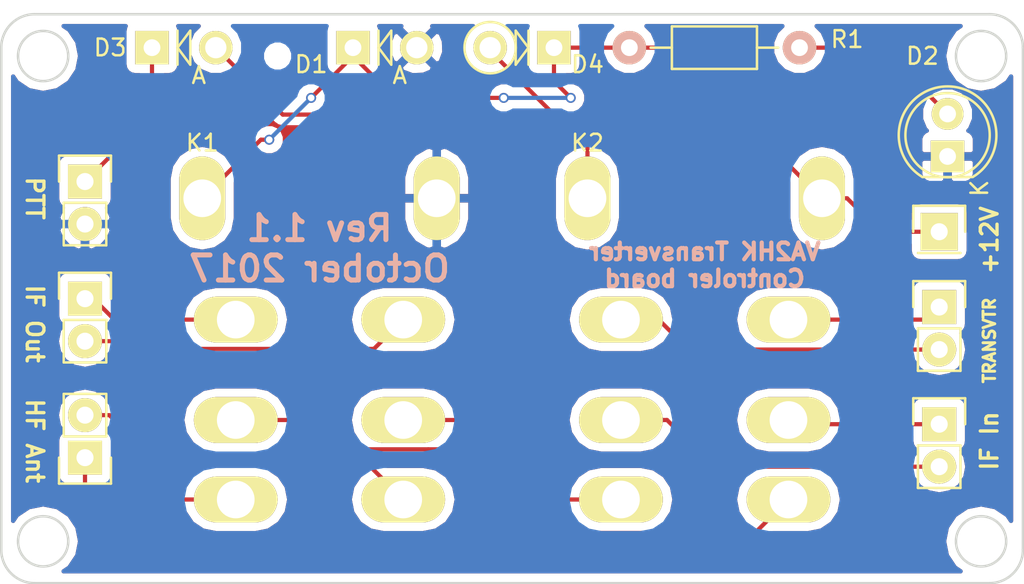
<source format=kicad_pcb>
(kicad_pcb (version 4) (host pcbnew 4.0.2+dfsg1-stable)

  (general
    (links 22)
    (no_connects 0)
    (area 101.924999 102.924999 163.075001 137.075001)
    (thickness 1.6)
    (drawings 20)
    (tracks 78)
    (zones 0)
    (modules 13)
    (nets 16)
  )

  (page A4)
  (layers
    (0 F.Cu signal)
    (31 B.Cu signal)
    (32 B.Adhes user)
    (33 F.Adhes user)
    (34 B.Paste user)
    (35 F.Paste user)
    (36 B.SilkS user)
    (37 F.SilkS user)
    (38 B.Mask user)
    (39 F.Mask user)
    (40 Dwgs.User user)
    (41 Cmts.User user)
    (42 Eco1.User user)
    (43 Eco2.User user)
    (44 Edge.Cuts user)
    (45 Margin user)
    (46 B.CrtYd user)
    (47 F.CrtYd user)
    (48 B.Fab user)
    (49 F.Fab user)
  )

  (setup
    (last_trace_width 0.25)
    (trace_clearance 0.2)
    (zone_clearance 0.508)
    (zone_45_only no)
    (trace_min 0.2)
    (segment_width 0.2)
    (edge_width 0.15)
    (via_size 0.6)
    (via_drill 0.4)
    (via_min_size 0.4)
    (via_min_drill 0.3)
    (uvia_size 0.3)
    (uvia_drill 0.1)
    (uvias_allowed no)
    (uvia_min_size 0.2)
    (uvia_min_drill 0.1)
    (pcb_text_width 0.3)
    (pcb_text_size 1.5 1.5)
    (mod_edge_width 0.15)
    (mod_text_size 1 1)
    (mod_text_width 0.15)
    (pad_size 4.5 1.75)
    (pad_drill 2.25)
    (pad_to_mask_clearance 0.2)
    (aux_axis_origin 0 0)
    (visible_elements FFFEFF7F)
    (pcbplotparams
      (layerselection 0x010f0_80000001)
      (usegerberextensions false)
      (excludeedgelayer true)
      (linewidth 0.100000)
      (plotframeref false)
      (viasonmask false)
      (mode 1)
      (useauxorigin false)
      (hpglpennumber 1)
      (hpglpenspeed 20)
      (hpglpendiameter 15)
      (hpglpenoverlay 2)
      (psnegative false)
      (psa4output false)
      (plotreference true)
      (plotvalue false)
      (plotinvisibletext false)
      (padsonsilk false)
      (subtractmaskfromsilk false)
      (outputformat 1)
      (mirror false)
      (drillshape 0)
      (scaleselection 1)
      (outputdirectory "/home/harrison/Documents/kicad/transverter control board/gerber files/"))
  )

  (net 0 "")
  (net 1 GND)
  (net 2 "Net-(D1-Pad1)")
  (net 3 "Net-(D2-Pad2)")
  (net 4 "Net-(D3-Pad2)")
  (net 5 "Net-(D3-Pad1)")
  (net 6 "Net-(K1-Pad3)")
  (net 7 "Net-(K1-Pad4)")
  (net 8 "Net-(K1-Pad5)")
  (net 9 "Net-(K1-Pad6)")
  (net 10 "Net-(K1-Pad7)")
  (net 11 "Net-(K1-Pad8)")
  (net 12 "Net-(K2-Pad3)")
  (net 13 "Net-(K2-Pad4)")
  (net 14 "Net-(K2-Pad6)")
  (net 15 "Net-(K2-Pad7)")

  (net_class Default "This is the default net class."
    (clearance 0.2)
    (trace_width 0.25)
    (via_dia 0.6)
    (via_drill 0.4)
    (uvia_dia 0.3)
    (uvia_drill 0.1)
    (add_net GND)
    (add_net "Net-(D1-Pad1)")
    (add_net "Net-(D2-Pad2)")
    (add_net "Net-(D3-Pad1)")
    (add_net "Net-(D3-Pad2)")
    (add_net "Net-(K1-Pad3)")
    (add_net "Net-(K1-Pad4)")
    (add_net "Net-(K1-Pad5)")
    (add_net "Net-(K1-Pad6)")
    (add_net "Net-(K1-Pad7)")
    (add_net "Net-(K1-Pad8)")
    (add_net "Net-(K2-Pad3)")
    (add_net "Net-(K2-Pad4)")
    (add_net "Net-(K2-Pad6)")
    (add_net "Net-(K2-Pad7)")
  )

  (module relays:I395PS-Series (layer F.Cu) (tedit 59F7EEB6) (tstamp 59F79273)
    (at 137 114)
    (path /59F79BA7)
    (fp_text reference K2 (at 0 -3.31) (layer F.SilkS)
      (effects (font (size 1 1) (thickness 0.15)))
    )
    (fp_text value RELAY_I395PS_series (at 0 -4.31) (layer F.Fab)
      (effects (font (size 1 1) (thickness 0.15)))
    )
    (fp_line (start -4 -6.75) (end -4 21.5) (layer F.CrtYd) (width 0.15))
    (fp_line (start -4 21.5) (end 18 21.5) (layer F.CrtYd) (width 0.15))
    (fp_line (start 18 21.5) (end 18 -6.75) (layer F.CrtYd) (width 0.15))
    (fp_line (start 18 -6.75) (end -4 -6.75) (layer F.CrtYd) (width 0.15))
    (pad 1 thru_hole oval (at 0 0) (size 2.75 5) (drill 2.25) (layers *.Cu *.Mask F.SilkS)
      (net 4 "Net-(D3-Pad2)"))
    (pad 2 thru_hole oval (at 14 0) (size 2.75 5) (drill 2.25) (layers *.Cu *.Mask F.SilkS)
      (net 2 "Net-(D1-Pad1)"))
    (pad 3 thru_hole oval (at 2 7.25) (size 5 2.75) (drill 2.25) (layers *.Cu *.Mask F.SilkS)
      (net 14 "Net-(K2-Pad6)"))
    (pad 4 thru_hole oval (at 2 13.25) (size 5 2.75) (drill 2.25) (layers *.Cu *.Mask F.SilkS)
      (net 13 "Net-(K2-Pad4)"))
    (pad 5 thru_hole oval (at 2 18) (size 5 2.75) (drill 2.25) (layers *.Cu *.Mask F.SilkS)
      (net 10 "Net-(K1-Pad7)"))
    (pad 6 thru_hole oval (at 12 7.25) (size 5 2.75) (drill 2.25) (layers *.Cu *.Mask F.SilkS)
      (net 12 "Net-(K2-Pad3)"))
    (pad 7 thru_hole oval (at 12 13.25) (size 5 2.75) (drill 2.25) (layers *.Cu *.Mask F.SilkS)
      (net 15 "Net-(K2-Pad7)"))
    (pad 8 thru_hole oval (at 12 18) (size 5 2.75) (drill 2.25) (layers *.Cu *.Mask F.SilkS)
      (net 7 "Net-(K1-Pad4)"))
    (model "/home/harrison/Documents/kicad/transverter control board/untitled.x3d"
      (at (xyz 0.28 -0.33 0.55))
      (scale (xyz 150 150 150))
      (rotate (xyz 90 0 0))
    )
  )

  (module I395PS-Series (layer F.Cu) (tedit 59F7EE28) (tstamp 59F79267)
    (at 114 114)
    (path /59F79B34)
    (fp_text reference K1 (at 0 -3.31) (layer F.SilkS)
      (effects (font (size 1 1) (thickness 0.15)))
    )
    (fp_text value RELAY_I395PS_series (at 0 -4.31) (layer F.Fab)
      (effects (font (size 1 1) (thickness 0.15)))
    )
    (fp_line (start -4 -6.75) (end -4 21.5) (layer F.CrtYd) (width 0.15))
    (fp_line (start -4 21.5) (end 18 21.5) (layer F.CrtYd) (width 0.15))
    (fp_line (start 18 21.5) (end 18 -6.75) (layer F.CrtYd) (width 0.15))
    (fp_line (start 18 -6.75) (end -4 -6.75) (layer F.CrtYd) (width 0.15))
    (pad 1 thru_hole oval (at 0 0) (size 2.75 5) (drill 2.25) (layers *.Cu *.Mask F.SilkS)
      (net 2 "Net-(D1-Pad1)"))
    (pad 2 thru_hole oval (at 14 0) (size 2.75 5) (drill 2.25) (layers *.Cu *.Mask F.SilkS)
      (net 1 GND))
    (pad 3 thru_hole oval (at 2 7.25) (size 5 2.75) (drill 2.25) (layers *.Cu *.Mask F.SilkS)
      (net 6 "Net-(K1-Pad3)"))
    (pad 4 thru_hole oval (at 2 13.25) (size 5 2.75) (drill 2.25) (layers *.Cu *.Mask F.SilkS)
      (net 7 "Net-(K1-Pad4)"))
    (pad 5 thru_hole oval (at 2 18) (size 5 2.75) (drill 2.25) (layers *.Cu *.Mask F.SilkS)
      (net 8 "Net-(K1-Pad5)"))
    (pad 6 thru_hole oval (at 12 7.25) (size 5 2.75) (drill 2.25) (layers *.Cu *.Mask F.SilkS)
      (net 9 "Net-(K1-Pad6)"))
    (pad 7 thru_hole oval (at 12 13.25) (size 5 2.75) (drill 2.25) (layers *.Cu *.Mask F.SilkS)
      (net 10 "Net-(K1-Pad7)"))
    (pad 8 thru_hole oval (at 12 18) (size 5 2.75) (drill 2.25) (layers *.Cu *.Mask F.SilkS)
      (net 11 "Net-(K1-Pad8)"))
    (model "../../../../../home/harrison/Documents/kicad/transverter control board/untitled.x3d"
      (at (xyz 0.28 -0.33 0.55))
      (scale (xyz 150 150 150))
      (rotate (xyz 90 0 0))
    )
  )

  (module Diodes_ThroughHole:Diode_DO-41_SOD81_Vertical_KathodeUp (layer F.Cu) (tedit 59F7AB92) (tstamp 59F7925B)
    (at 135 105 180)
    (descr "Diode, DO-41, SOD81, Vertica,l Anode Up,")
    (tags "Diode, DO-41, SOD81, Vertical, Anode Up, 1N4007, SB140,")
    (path /59F78F1D)
    (fp_text reference D4 (at -2 -1 180) (layer F.SilkS)
      (effects (font (size 1 1) (thickness 0.15)))
    )
    (fp_text value D_Small (at 0 -2.7 180) (layer F.Fab)
      (effects (font (size 1 1) (thickness 0.15)))
    )
    (fp_circle (center 3.81 0) (end 2.413 0.635) (layer F.SilkS) (width 0.15))
    (fp_line (start 2.286 -1.016) (end 2.286 1.016) (layer F.SilkS) (width 0.15))
    (fp_line (start 1.524 0) (end 2.286 1.016) (layer F.SilkS) (width 0.15))
    (fp_line (start 2.286 -1.016) (end 1.524 0) (layer F.SilkS) (width 0.15))
    (fp_line (start 1.524 -1.016) (end 1.524 1.016) (layer F.SilkS) (width 0.15))
    (pad 2 thru_hole circle (at 3.81 0) (size 1.99898 1.99898) (drill 1.27) (layers *.Cu *.Mask F.SilkS)
      (net 4 "Net-(D3-Pad2)"))
    (pad 1 thru_hole rect (at 0 0) (size 1.99898 1.99898) (drill 1.00076) (layers *.Cu *.Mask F.SilkS)
      (net 2 "Net-(D1-Pad1)"))
  )

  (module Diodes_ThroughHole:Diode_DO-41_SOD81_Vertical_AnodeUp (layer F.Cu) (tedit 59F7AB8A) (tstamp 59F79249)
    (at 123 105)
    (descr "Diode, DO-41, SOD81, Vertical, Anode Up,")
    (tags "Diode, DO-41, SOD81, Vertical, Anode Up, 1N4007, SB140,")
    (path /59F78E46)
    (fp_text reference D1 (at -2.5 1) (layer F.SilkS)
      (effects (font (size 1 1) (thickness 0.15)))
    )
    (fp_text value D_Small (at 0.05 -2) (layer F.Fab)
      (effects (font (size 1 1) (thickness 0.15)))
    )
    (fp_text user A (at 2.794 1.651) (layer F.SilkS)
      (effects (font (size 1 1) (thickness 0.15)))
    )
    (fp_line (start 1.524 0) (end 2.286 1.016) (layer F.SilkS) (width 0.15))
    (fp_line (start 1.524 0) (end 2.286 -1.016) (layer F.SilkS) (width 0.15))
    (fp_line (start 1.524 -1.016) (end 1.524 1.016) (layer F.SilkS) (width 0.15))
    (fp_line (start 2.286 -1.016) (end 2.286 1.016) (layer F.SilkS) (width 0.15))
    (pad 2 thru_hole circle (at 3.81 0) (size 1.99898 1.99898) (drill 1.27) (layers *.Cu *.Mask F.SilkS)
      (net 1 GND))
    (pad 1 thru_hole rect (at 0 0) (size 1.99898 1.99898) (drill 1.00076) (layers *.Cu *.Mask F.SilkS)
      (net 2 "Net-(D1-Pad1)"))
  )

  (module LEDs:LED-5MM (layer F.Cu) (tedit 59F7AB9D) (tstamp 59F7924F)
    (at 158.5 111.5 90)
    (descr "LED 5mm round vertical")
    (tags "LED 5mm round vertical")
    (path /59F78DD8)
    (fp_text reference D2 (at 6 -1.5 360) (layer F.SilkS)
      (effects (font (size 1 1) (thickness 0.15)))
    )
    (fp_text value LED (at 1.524 -3.937 90) (layer F.Fab)
      (effects (font (size 1 1) (thickness 0.15)))
    )
    (fp_line (start -1.5 -1.55) (end -1.5 1.55) (layer F.CrtYd) (width 0.05))
    (fp_arc (start 1.3 0) (end -1.5 1.55) (angle -302) (layer F.CrtYd) (width 0.05))
    (fp_arc (start 1.27 0) (end -1.23 -1.5) (angle 297.5) (layer F.SilkS) (width 0.15))
    (fp_line (start -1.23 1.5) (end -1.23 -1.5) (layer F.SilkS) (width 0.15))
    (fp_circle (center 1.27 0) (end 0.97 -2.5) (layer F.SilkS) (width 0.15))
    (fp_text user K (at -1.905 1.905 90) (layer F.SilkS)
      (effects (font (size 1 1) (thickness 0.15)))
    )
    (pad 1 thru_hole rect (at 0 0 180) (size 2 1.9) (drill 1.00076) (layers *.Cu *.Mask F.SilkS)
      (net 1 GND))
    (pad 2 thru_hole circle (at 2.54 0 90) (size 1.9 1.9) (drill 1.00076) (layers *.Cu *.Mask F.SilkS)
      (net 3 "Net-(D2-Pad2)"))
    (model LEDs.3dshapes/LED-5MM.wrl
      (at (xyz 0.05 0 0))
      (scale (xyz 1 1 1))
      (rotate (xyz 0 0 90))
    )
  )

  (module Diodes_ThroughHole:Diode_DO-41_SOD81_Vertical_AnodeUp (layer F.Cu) (tedit 59F7AB85) (tstamp 59F79255)
    (at 111 105)
    (descr "Diode, DO-41, SOD81, Vertical, Anode Up,")
    (tags "Diode, DO-41, SOD81, Vertical, Anode Up, 1N4007, SB140,")
    (path /59F790B8)
    (fp_text reference D3 (at -2.5 0) (layer F.SilkS)
      (effects (font (size 1 1) (thickness 0.15)))
    )
    (fp_text value D_Small (at 0.05 -2) (layer F.Fab)
      (effects (font (size 1 1) (thickness 0.15)))
    )
    (fp_text user A (at 2.794 1.651) (layer F.SilkS)
      (effects (font (size 1 1) (thickness 0.15)))
    )
    (fp_line (start 1.524 0) (end 2.286 1.016) (layer F.SilkS) (width 0.15))
    (fp_line (start 1.524 0) (end 2.286 -1.016) (layer F.SilkS) (width 0.15))
    (fp_line (start 1.524 -1.016) (end 1.524 1.016) (layer F.SilkS) (width 0.15))
    (fp_line (start 2.286 -1.016) (end 2.286 1.016) (layer F.SilkS) (width 0.15))
    (pad 2 thru_hole circle (at 3.81 0) (size 1.99898 1.99898) (drill 1.27) (layers *.Cu *.Mask F.SilkS)
      (net 4 "Net-(D3-Pad2)"))
    (pad 1 thru_hole rect (at 0 0) (size 1.99898 1.99898) (drill 1.00076) (layers *.Cu *.Mask F.SilkS)
      (net 5 "Net-(D3-Pad1)"))
  )

  (module Pin_Headers:Pin_Header_Straight_1x02 (layer F.Cu) (tedit 59F8ABB7) (tstamp 59F79279)
    (at 107 120)
    (descr "Through hole pin header")
    (tags "pin header")
    (path /59F78145)
    (fp_text reference "" (at 0 -2) (layer F.SilkS)
      (effects (font (size 1 1) (thickness 0.15)))
    )
    (fp_text value "IF in" (at 0 5.588) (layer F.Fab)
      (effects (font (size 1 1) (thickness 0.15)))
    )
    (fp_line (start 1.27 1.27) (end 1.27 3.81) (layer F.SilkS) (width 0.15))
    (fp_line (start 1.55 -1.55) (end 1.55 0) (layer F.SilkS) (width 0.15))
    (fp_line (start -1.75 -1.75) (end -1.75 4.3) (layer F.CrtYd) (width 0.05))
    (fp_line (start 1.75 -1.75) (end 1.75 4.3) (layer F.CrtYd) (width 0.05))
    (fp_line (start -1.75 -1.75) (end 1.75 -1.75) (layer F.CrtYd) (width 0.05))
    (fp_line (start -1.75 4.3) (end 1.75 4.3) (layer F.CrtYd) (width 0.05))
    (fp_line (start 1.27 1.27) (end -1.27 1.27) (layer F.SilkS) (width 0.15))
    (fp_line (start -1.55 0) (end -1.55 -1.55) (layer F.SilkS) (width 0.15))
    (fp_line (start -1.55 -1.55) (end 1.55 -1.55) (layer F.SilkS) (width 0.15))
    (fp_line (start -1.27 1.27) (end -1.27 3.81) (layer F.SilkS) (width 0.15))
    (fp_line (start -1.27 3.81) (end 1.27 3.81) (layer F.SilkS) (width 0.15))
    (pad 1 thru_hole rect (at 0 0) (size 2.032 2.032) (drill 1.016) (layers *.Cu *.Mask F.SilkS)
      (net 6 "Net-(K1-Pad3)"))
    (pad 2 thru_hole oval (at 0 2.54) (size 2.032 2.032) (drill 1.016) (layers *.Cu *.Mask F.SilkS)
      (net 9 "Net-(K1-Pad6)"))
    (model Pin_Headers.3dshapes/Pin_Header_Straight_1x02.wrl
      (at (xyz 0 -0.05 0))
      (scale (xyz 1 1 1))
      (rotate (xyz 0 0 90))
    )
  )

  (module Pin_Headers:Pin_Header_Straight_1x02 (layer F.Cu) (tedit 59F8AB99) (tstamp 59F7927F)
    (at 158 127.5)
    (descr "Through hole pin header")
    (tags "pin header")
    (path /59F77DB7)
    (fp_text reference "" (at 0 -2) (layer F.SilkS)
      (effects (font (size 1 1) (thickness 0.15)))
    )
    (fp_text value CONN_01X02 (at 0 -3.1) (layer F.Fab)
      (effects (font (size 1 1) (thickness 0.15)))
    )
    (fp_line (start 1.27 1.27) (end 1.27 3.81) (layer F.SilkS) (width 0.15))
    (fp_line (start 1.55 -1.55) (end 1.55 0) (layer F.SilkS) (width 0.15))
    (fp_line (start -1.75 -1.75) (end -1.75 4.3) (layer F.CrtYd) (width 0.05))
    (fp_line (start 1.75 -1.75) (end 1.75 4.3) (layer F.CrtYd) (width 0.05))
    (fp_line (start -1.75 -1.75) (end 1.75 -1.75) (layer F.CrtYd) (width 0.05))
    (fp_line (start -1.75 4.3) (end 1.75 4.3) (layer F.CrtYd) (width 0.05))
    (fp_line (start 1.27 1.27) (end -1.27 1.27) (layer F.SilkS) (width 0.15))
    (fp_line (start -1.55 0) (end -1.55 -1.55) (layer F.SilkS) (width 0.15))
    (fp_line (start -1.55 -1.55) (end 1.55 -1.55) (layer F.SilkS) (width 0.15))
    (fp_line (start -1.27 1.27) (end -1.27 3.81) (layer F.SilkS) (width 0.15))
    (fp_line (start -1.27 3.81) (end 1.27 3.81) (layer F.SilkS) (width 0.15))
    (pad 1 thru_hole rect (at 0 0) (size 2.032 2.032) (drill 1.016) (layers *.Cu *.Mask F.SilkS)
      (net 15 "Net-(K2-Pad7)"))
    (pad 2 thru_hole oval (at 0 2.54) (size 2.032 2.032) (drill 1.016) (layers *.Cu *.Mask F.SilkS)
      (net 13 "Net-(K2-Pad4)"))
    (model Pin_Headers.3dshapes/Pin_Header_Straight_1x02.wrl
      (at (xyz 0 -0.05 0))
      (scale (xyz 1 1 1))
      (rotate (xyz 0 0 90))
    )
  )

  (module Pin_Headers:Pin_Header_Straight_1x02 (layer F.Cu) (tedit 59F8ABBB) (tstamp 59F7928B)
    (at 107 113)
    (descr "Through hole pin header")
    (tags "pin header")
    (path /59F78F8E)
    (fp_text reference "" (at -0.5 -2.5) (layer F.SilkS)
      (effects (font (size 1 1) (thickness 0.15)))
    )
    (fp_text value PTT (at 0 -3.1) (layer F.Fab)
      (effects (font (size 1 1) (thickness 0.15)))
    )
    (fp_line (start 1.27 1.27) (end 1.27 3.81) (layer F.SilkS) (width 0.15))
    (fp_line (start 1.55 -1.55) (end 1.55 0) (layer F.SilkS) (width 0.15))
    (fp_line (start -1.75 -1.75) (end -1.75 4.3) (layer F.CrtYd) (width 0.05))
    (fp_line (start 1.75 -1.75) (end 1.75 4.3) (layer F.CrtYd) (width 0.05))
    (fp_line (start -1.75 -1.75) (end 1.75 -1.75) (layer F.CrtYd) (width 0.05))
    (fp_line (start -1.75 4.3) (end 1.75 4.3) (layer F.CrtYd) (width 0.05))
    (fp_line (start 1.27 1.27) (end -1.27 1.27) (layer F.SilkS) (width 0.15))
    (fp_line (start -1.55 0) (end -1.55 -1.55) (layer F.SilkS) (width 0.15))
    (fp_line (start -1.55 -1.55) (end 1.55 -1.55) (layer F.SilkS) (width 0.15))
    (fp_line (start -1.27 1.27) (end -1.27 3.81) (layer F.SilkS) (width 0.15))
    (fp_line (start -1.27 3.81) (end 1.27 3.81) (layer F.SilkS) (width 0.15))
    (pad 1 thru_hole rect (at 0 0) (size 2.032 2.032) (drill 1.016) (layers *.Cu *.Mask F.SilkS)
      (net 5 "Net-(D3-Pad1)"))
    (pad 2 thru_hole oval (at 0 2.54) (size 2.032 2.032) (drill 1.016) (layers *.Cu *.Mask F.SilkS)
      (net 1 GND))
    (model Pin_Headers.3dshapes/Pin_Header_Straight_1x02.wrl
      (at (xyz 0 -0.05 0))
      (scale (xyz 1 1 1))
      (rotate (xyz 0 0 90))
    )
  )

  (module Pin_Headers:Pin_Header_Straight_1x02 (layer F.Cu) (tedit 59F8ABB1) (tstamp 59F79291)
    (at 107 129.5 180)
    (descr "Through hole pin header")
    (tags "pin header")
    (path /59F780A6)
    (fp_text reference "" (at 0 4.5 180) (layer F.SilkS)
      (effects (font (size 1 1) (thickness 0.15)))
    )
    (fp_text value "HF Ant" (at 0 5.588 180) (layer F.Fab)
      (effects (font (size 1 1) (thickness 0.15)))
    )
    (fp_line (start 1.27 1.27) (end 1.27 3.81) (layer F.SilkS) (width 0.15))
    (fp_line (start 1.55 -1.55) (end 1.55 0) (layer F.SilkS) (width 0.15))
    (fp_line (start -1.75 -1.75) (end -1.75 4.3) (layer F.CrtYd) (width 0.05))
    (fp_line (start 1.75 -1.75) (end 1.75 4.3) (layer F.CrtYd) (width 0.05))
    (fp_line (start -1.75 -1.75) (end 1.75 -1.75) (layer F.CrtYd) (width 0.05))
    (fp_line (start -1.75 4.3) (end 1.75 4.3) (layer F.CrtYd) (width 0.05))
    (fp_line (start 1.27 1.27) (end -1.27 1.27) (layer F.SilkS) (width 0.15))
    (fp_line (start -1.55 0) (end -1.55 -1.55) (layer F.SilkS) (width 0.15))
    (fp_line (start -1.55 -1.55) (end 1.55 -1.55) (layer F.SilkS) (width 0.15))
    (fp_line (start -1.27 1.27) (end -1.27 3.81) (layer F.SilkS) (width 0.15))
    (fp_line (start -1.27 3.81) (end 1.27 3.81) (layer F.SilkS) (width 0.15))
    (pad 1 thru_hole rect (at 0 0 180) (size 2.032 2.032) (drill 1.016) (layers *.Cu *.Mask F.SilkS)
      (net 8 "Net-(K1-Pad5)"))
    (pad 2 thru_hole oval (at 0 2.54 180) (size 2.032 2.032) (drill 1.016) (layers *.Cu *.Mask F.SilkS)
      (net 11 "Net-(K1-Pad8)"))
    (model Pin_Headers.3dshapes/Pin_Header_Straight_1x02.wrl
      (at (xyz 0 -0.05 0))
      (scale (xyz 1 1 1))
      (rotate (xyz 0 0 90))
    )
  )

  (module Pin_Headers:Pin_Header_Straight_1x02 (layer F.Cu) (tedit 59F8ABA2) (tstamp 59F79297)
    (at 158 120.5)
    (descr "Through hole pin header")
    (tags "pin header")
    (path /59F780F4)
    (fp_text reference "" (at 0 -2) (layer F.SilkS)
      (effects (font (size 1 1) (thickness 0.15)))
    )
    (fp_text value Transverter (at 0 -3.1) (layer F.Fab)
      (effects (font (size 1 1) (thickness 0.15)))
    )
    (fp_line (start 1.27 1.27) (end 1.27 3.81) (layer F.SilkS) (width 0.15))
    (fp_line (start 1.55 -1.55) (end 1.55 0) (layer F.SilkS) (width 0.15))
    (fp_line (start -1.75 -1.75) (end -1.75 4.3) (layer F.CrtYd) (width 0.05))
    (fp_line (start 1.75 -1.75) (end 1.75 4.3) (layer F.CrtYd) (width 0.05))
    (fp_line (start -1.75 -1.75) (end 1.75 -1.75) (layer F.CrtYd) (width 0.05))
    (fp_line (start -1.75 4.3) (end 1.75 4.3) (layer F.CrtYd) (width 0.05))
    (fp_line (start 1.27 1.27) (end -1.27 1.27) (layer F.SilkS) (width 0.15))
    (fp_line (start -1.55 0) (end -1.55 -1.55) (layer F.SilkS) (width 0.15))
    (fp_line (start -1.55 -1.55) (end 1.55 -1.55) (layer F.SilkS) (width 0.15))
    (fp_line (start -1.27 1.27) (end -1.27 3.81) (layer F.SilkS) (width 0.15))
    (fp_line (start -1.27 3.81) (end 1.27 3.81) (layer F.SilkS) (width 0.15))
    (pad 1 thru_hole rect (at 0 0) (size 2.032 2.032) (drill 1.016) (layers *.Cu *.Mask F.SilkS)
      (net 12 "Net-(K2-Pad3)"))
    (pad 2 thru_hole oval (at 0 2.54) (size 2.032 2.032) (drill 1.016) (layers *.Cu *.Mask F.SilkS)
      (net 14 "Net-(K2-Pad6)"))
    (model Pin_Headers.3dshapes/Pin_Header_Straight_1x02.wrl
      (at (xyz 0 -0.05 0))
      (scale (xyz 1 1 1))
      (rotate (xyz 0 0 90))
    )
  )

  (module Resistors_ThroughHole:Resistor_Horizontal_RM10mm (layer F.Cu) (tedit 59F7AB94) (tstamp 59F7929D)
    (at 139.5 105)
    (descr "Resistor, Axial,  RM 10mm, 1/3W")
    (tags "Resistor Axial RM 10mm 1/3W")
    (path /59F78D67)
    (fp_text reference R1 (at 13 -0.5) (layer F.SilkS)
      (effects (font (size 1 1) (thickness 0.15)))
    )
    (fp_text value R (at 5.08 3.81) (layer F.Fab)
      (effects (font (size 1 1) (thickness 0.15)))
    )
    (fp_line (start -1.25 -1.5) (end 11.4 -1.5) (layer F.CrtYd) (width 0.05))
    (fp_line (start -1.25 1.5) (end -1.25 -1.5) (layer F.CrtYd) (width 0.05))
    (fp_line (start 11.4 -1.5) (end 11.4 1.5) (layer F.CrtYd) (width 0.05))
    (fp_line (start -1.25 1.5) (end 11.4 1.5) (layer F.CrtYd) (width 0.05))
    (fp_line (start 2.54 -1.27) (end 7.62 -1.27) (layer F.SilkS) (width 0.15))
    (fp_line (start 7.62 -1.27) (end 7.62 1.27) (layer F.SilkS) (width 0.15))
    (fp_line (start 7.62 1.27) (end 2.54 1.27) (layer F.SilkS) (width 0.15))
    (fp_line (start 2.54 1.27) (end 2.54 -1.27) (layer F.SilkS) (width 0.15))
    (fp_line (start 2.54 0) (end 1.27 0) (layer F.SilkS) (width 0.15))
    (fp_line (start 7.62 0) (end 8.89 0) (layer F.SilkS) (width 0.15))
    (pad 1 thru_hole circle (at 0 0) (size 1.99898 1.99898) (drill 1.00076) (layers *.Cu *.SilkS *.Mask)
      (net 2 "Net-(D1-Pad1)"))
    (pad 2 thru_hole circle (at 10.16 0) (size 1.99898 1.99898) (drill 1.00076) (layers *.Cu *.SilkS *.Mask)
      (net 3 "Net-(D2-Pad2)"))
    (model Resistors_ThroughHole.3dshapes/Resistor_Horizontal_RM10mm.wrl
      (at (xyz 0 0 0))
      (scale (xyz 0.4 0.4 0.4))
      (rotate (xyz 0 0 0))
    )
  )

  (module Pin_Headers:Pin_Header_Straight_1x01 (layer F.Cu) (tedit 59F8ABA7) (tstamp 59F79285)
    (at 158 116)
    (descr "Through hole pin header")
    (tags "pin header")
    (path /59F78C01)
    (fp_text reference "" (at 0 -2) (layer F.SilkS)
      (effects (font (size 1 1) (thickness 0.15)))
    )
    (fp_text value "Power switch" (at 0 -3.1) (layer F.Fab)
      (effects (font (size 1 1) (thickness 0.15)))
    )
    (fp_line (start 1.55 -1.55) (end 1.55 0) (layer F.SilkS) (width 0.15))
    (fp_line (start -1.75 -1.75) (end -1.75 1.75) (layer F.CrtYd) (width 0.05))
    (fp_line (start 1.75 -1.75) (end 1.75 1.75) (layer F.CrtYd) (width 0.05))
    (fp_line (start -1.75 -1.75) (end 1.75 -1.75) (layer F.CrtYd) (width 0.05))
    (fp_line (start -1.75 1.75) (end 1.75 1.75) (layer F.CrtYd) (width 0.05))
    (fp_line (start -1.55 0) (end -1.55 -1.55) (layer F.SilkS) (width 0.15))
    (fp_line (start -1.55 -1.55) (end 1.55 -1.55) (layer F.SilkS) (width 0.15))
    (fp_line (start -1.27 1.27) (end 1.27 1.27) (layer F.SilkS) (width 0.15))
    (pad 1 thru_hole rect (at 0 0) (size 2.2352 2.2352) (drill 1.016) (layers *.Cu *.Mask F.SilkS)
      (net 2 "Net-(D1-Pad1)"))
    (model Pin_Headers.3dshapes/Pin_Header_Straight_1x01.wrl
      (at (xyz 0 0 0))
      (scale (xyz 1 1 1))
      (rotate (xyz 0 0 90))
    )
  )

  (gr_text TRANSVTR (at 161 122.5 90) (layer F.SilkS)
    (effects (font (size 0.7 0.7) (thickness 0.175)))
  )
  (gr_text "HF Ant" (at 104 128.5 270) (layer F.SilkS)
    (effects (font (size 1 1) (thickness 0.2)))
  )
  (gr_text +12V (at 161 116.5 90) (layer F.SilkS)
    (effects (font (size 1 1) (thickness 0.2)))
  )
  (gr_text "IF In" (at 161 128.5 90) (layer F.SilkS)
    (effects (font (size 1 1) (thickness 0.2)))
  )
  (gr_text "IF Out" (at 104 121.5 270) (layer F.SilkS)
    (effects (font (size 1 1) (thickness 0.2)))
  )
  (gr_text PTT (at 104 114 270) (layer F.SilkS)
    (effects (font (size 1 1) (thickness 0.2)))
  )
  (gr_text "Rev 1.1\nOctober 2017" (at 121 117) (layer B.SilkS)
    (effects (font (size 1.5 1.5) (thickness 0.3)) (justify mirror))
  )
  (gr_text "VA2HK Transverter\nControler board" (at 144 118) (layer B.SilkS)
    (effects (font (size 1 1) (thickness 0.25)) (justify mirror))
  )
  (gr_circle (center 104.5 105.5) (end 106 105.5) (layer Edge.Cuts) (width 0.15))
  (gr_circle (center 160.5 105.5) (end 159 105.5) (layer Edge.Cuts) (width 0.15))
  (gr_circle (center 160.5 134.5) (end 162 134.5) (layer Edge.Cuts) (width 0.15))
  (gr_circle (center 104.5 134.5) (end 103 134.5) (layer Edge.Cuts) (width 0.15))
  (gr_arc (start 104 105) (end 102 105) (angle 90) (layer Edge.Cuts) (width 0.15))
  (gr_arc (start 104 135) (end 104 137) (angle 90) (layer Edge.Cuts) (width 0.15))
  (gr_arc (start 161 135) (end 163 135) (angle 90) (layer Edge.Cuts) (width 0.15))
  (gr_arc (start 161 105) (end 161 103) (angle 90) (layer Edge.Cuts) (width 0.15))
  (gr_line (start 104 103) (end 161 103) (angle 90) (layer Edge.Cuts) (width 0.15))
  (gr_line (start 102 135) (end 102 105) (angle 90) (layer Edge.Cuts) (width 0.15))
  (gr_line (start 161 137) (end 104 137) (angle 90) (layer Edge.Cuts) (width 0.15))
  (gr_line (start 163 105) (end 163 135) (angle 90) (layer Edge.Cuts) (width 0.15))

  (segment (start 157.988 110.744) (end 158.496 111.252) (width 0.25) (layer F.Cu) (net 1) (tstamp 59F79B8E))
  (segment (start 118 110.5) (end 117.5 110.5) (width 0.25) (layer F.Cu) (net 2))
  (via (at 118 110.5) (size 0.6) (drill 0.4) (layers F.Cu B.Cu) (net 2))
  (segment (start 118 110.5) (end 120.5 108) (width 0.25) (layer B.Cu) (net 2) (tstamp 59F7B551))
  (via (at 120.5 108) (size 0.6) (drill 0.4) (layers F.Cu B.Cu) (net 2))
  (segment (start 123 105.5) (end 120.5 108) (width 0.25) (layer F.Cu) (net 2) (tstamp 59F7B554))
  (segment (start 117.5 110.5) (end 114 114) (width 0.25) (layer F.Cu) (net 2) (tstamp 59F7E521))
  (segment (start 139.5 105) (end 142 105) (width 0.25) (layer F.Cu) (net 2))
  (segment (start 142 105) (end 151 114) (width 0.25) (layer F.Cu) (net 2) (tstamp 59F7B572))
  (segment (start 135 105) (end 139.5 105) (width 0.25) (layer F.Cu) (net 2))
  (segment (start 123 105) (end 123 105.5) (width 0.25) (layer F.Cu) (net 2))
  (segment (start 123 105.5) (end 125.5 108) (width 0.25) (layer F.Cu) (net 2) (tstamp 59F7B55A))
  (segment (start 135 107) (end 135 105) (width 0.25) (layer F.Cu) (net 2) (tstamp 59F7B56B))
  (segment (start 136 108) (end 135 107) (width 0.25) (layer F.Cu) (net 2) (tstamp 59F7B56A))
  (via (at 136 108) (size 0.6) (drill 0.4) (layers F.Cu B.Cu) (net 2))
  (segment (start 132 108) (end 136 108) (width 0.25) (layer B.Cu) (net 2) (tstamp 59F7B567))
  (via (at 132 108) (size 0.6) (drill 0.4) (layers F.Cu B.Cu) (net 2))
  (segment (start 125.5 108) (end 132 108) (width 0.25) (layer F.Cu) (net 2) (tstamp 59F7B561))
  (segment (start 114 114) (end 114.5 114) (width 0.25) (layer F.Cu) (net 2))
  (segment (start 151 114) (end 152.5 114) (width 0.25) (layer F.Cu) (net 2))
  (segment (start 152.5 114) (end 154.5 116) (width 0.25) (layer F.Cu) (net 2) (tstamp 59F7B514))
  (segment (start 154.5 116) (end 158 116) (width 0.25) (layer F.Cu) (net 2) (tstamp 59F7B516))
  (segment (start 113.7031 114.6556) (end 113.9444 114.6556) (width 0.25) (layer F.Cu) (net 2))
  (segment (start 151.16 114.3) (end 151.892 114.3) (width 0.25) (layer F.Cu) (net 2))
  (segment (start 149.66 105) (end 154.54 105) (width 0.25) (layer F.Cu) (net 3))
  (segment (start 154.54 105) (end 158.5 108.96) (width 0.25) (layer F.Cu) (net 3) (tstamp 59F7E261))
  (segment (start 157.96 108.96) (end 158.5 108.96) (width 0.25) (layer F.Cu) (net 3) (tstamp 59F7E235))
  (segment (start 135.5 109.5) (end 130 109.5) (width 0.25) (layer F.Cu) (net 4))
  (segment (start 130 109.5) (end 129.5 109) (width 0.25) (layer F.Cu) (net 4) (tstamp 59F7E68D))
  (segment (start 131.19 105) (end 131.19 105.19) (width 0.25) (layer F.Cu) (net 4))
  (segment (start 131.19 105.19) (end 135.5 109.5) (width 0.25) (layer F.Cu) (net 4) (tstamp 59F7E678))
  (segment (start 135.5 109.5) (end 137 109.5) (width 0.25) (layer F.Cu) (net 4) (tstamp 59F7E681))
  (segment (start 137 109.5) (end 137 114) (width 0.25) (layer F.Cu) (net 4) (tstamp 59F7E685))
  (segment (start 118.81 109) (end 114.81 105) (width 0.25) (layer F.Cu) (net 4) (tstamp 59F7B53C))
  (segment (start 129.5 109) (end 118.81 109) (width 0.25) (layer F.Cu) (net 4) (tstamp 59F7B537))
  (segment (start 137.16 114.3) (end 136.398 114.3) (width 0.25) (layer F.Cu) (net 4))
  (segment (start 111 105) (end 111 109) (width 0.25) (layer F.Cu) (net 5))
  (segment (start 111 109) (end 107 113) (width 0.25) (layer F.Cu) (net 5) (tstamp 59F7B483))
  (segment (start 107 120) (end 107.5 120) (width 0.25) (layer F.Cu) (net 6))
  (segment (start 107.5 120) (end 108.75 121.25) (width 0.25) (layer F.Cu) (net 6) (tstamp 59F7E6C4))
  (segment (start 108.75 121.25) (end 116 121.25) (width 0.25) (layer F.Cu) (net 6) (tstamp 59F7E6C9))
  (segment (start 114.7095 121.412) (end 115.2031 121.9056) (width 0.25) (layer F.Cu) (net 6) (tstamp 59F7933C))
  (segment (start 134.5 134) (end 146.5 134) (width 0.25) (layer F.Cu) (net 7))
  (segment (start 149 132) (end 147 134) (width 0.25) (layer F.Cu) (net 7) (tstamp 59F7E57D))
  (segment (start 146.5 134) (end 147 134) (width 0.25) (layer F.Cu) (net 7))
  (segment (start 129.5 129) (end 134.5 134) (width 0.25) (layer F.Cu) (net 7) (tstamp 59F7E5B3))
  (segment (start 120.75 127.25) (end 122.5 129) (width 0.25) (layer F.Cu) (net 7) (tstamp 59F7B4E0))
  (segment (start 122.5 129) (end 127.5 129) (width 0.25) (layer F.Cu) (net 7) (tstamp 59F7B4E5))
  (segment (start 120.75 127.25) (end 115.5 127.25) (width 0.25) (layer F.Cu) (net 7))
  (segment (start 127.5 129) (end 129.5 129) (width 0.25) (layer F.Cu) (net 7))
  (segment (start 116 132) (end 107 132) (width 0.25) (layer F.Cu) (net 8))
  (segment (start 107 132) (end 107 129.5) (width 0.25) (layer F.Cu) (net 8))
  (segment (start 114.6275 132.08) (end 115.2031 132.6556) (width 0.25) (layer F.Cu) (net 8) (tstamp 59F79353))
  (segment (start 107 122.54) (end 111.54 122.54) (width 0.25) (layer F.Cu) (net 9))
  (segment (start 124.25 123) (end 126 121.25) (width 0.25) (layer F.Cu) (net 9) (tstamp 59F7E6E0))
  (segment (start 112 123) (end 124.25 123) (width 0.25) (layer F.Cu) (net 9) (tstamp 59F7E6DB))
  (segment (start 111.54 122.54) (end 112 123) (width 0.25) (layer F.Cu) (net 9) (tstamp 59F7E6D7))
  (segment (start 126 127.25) (end 129.25 127.25) (width 0.25) (layer F.Cu) (net 10))
  (segment (start 134 132) (end 139 132) (width 0.25) (layer F.Cu) (net 10) (tstamp 59F7E5A1))
  (segment (start 129.25 127.25) (end 134 132) (width 0.25) (layer F.Cu) (net 10) (tstamp 59F7E59F))
  (segment (start 123 129.5) (end 123.5 129.5) (width 0.25) (layer F.Cu) (net 11))
  (segment (start 108.46 126.96) (end 111 129.5) (width 0.25) (layer F.Cu) (net 11) (tstamp 59F7B4B0))
  (segment (start 111 129.5) (end 123 129.5) (width 0.25) (layer F.Cu) (net 11) (tstamp 59F7B4B4))
  (segment (start 107 126.96) (end 108.46 126.96) (width 0.25) (layer F.Cu) (net 11))
  (segment (start 123.5 129.5) (end 126 132) (width 0.25) (layer F.Cu) (net 11) (tstamp 59F7E5DB))
  (segment (start 149 121.25) (end 157.25 121.25) (width 0.25) (layer F.Cu) (net 12))
  (segment (start 157.25 121.25) (end 158 120.5) (width 0.25) (layer F.Cu) (net 12) (tstamp 59F7E626))
  (segment (start 148.5 121.25) (end 150.75 121.25) (width 0.25) (layer F.Cu) (net 12))
  (segment (start 141.75 127.25) (end 144.54 130.04) (width 0.25) (layer F.Cu) (net 13))
  (segment (start 158 130.04) (end 144.54 130.04) (width 0.25) (layer F.Cu) (net 13) (tstamp 59F7B501))
  (segment (start 141.75 127.25) (end 138.5 127.25) (width 0.25) (layer F.Cu) (net 13))
  (segment (start 139 121.25) (end 141.25 121.25) (width 0.25) (layer F.Cu) (net 14))
  (segment (start 143.04 123.04) (end 158 123.04) (width 0.25) (layer F.Cu) (net 14) (tstamp 59F7B510))
  (segment (start 141.25 121.25) (end 143.04 123.04) (width 0.25) (layer F.Cu) (net 14) (tstamp 59F7B50E))
  (segment (start 158 127.5) (end 149.25 127.5) (width 0.25) (layer F.Cu) (net 15))
  (segment (start 149.25 127.5) (end 149 127.25) (width 0.25) (layer F.Cu) (net 15) (tstamp 59F7E565))
  (segment (start 157.75 127.25) (end 158 127.5) (width 0.25) (layer F.Cu) (net 15) (tstamp 59F7B505))
  (segment (start 149.38 128.27) (end 148.66 127.55) (width 0.25) (layer F.Cu) (net 15) (tstamp 59F7930E))

  (zone (net 1) (net_name GND) (layer F.Cu) (tstamp 59F7B5B9) (hatch edge 0.508)
    (connect_pads (clearance 0.508))
    (min_thickness 0.254)
    (fill yes (arc_segments 16) (thermal_gap 0.508) (thermal_bridge_width 0.508))
    (polygon
      (pts
        (xy 163 137) (xy 102 137) (xy 102 103) (xy 163 103) (xy 163 137)
      )
    )
    (filled_polygon
      (pts
        (xy 109.404079 103.74862) (xy 109.35307 104.00051) (xy 109.35307 105.99949) (xy 109.397348 106.234807) (xy 109.53642 106.450931)
        (xy 109.74862 106.595921) (xy 110.00051 106.64693) (xy 110.24 106.64693) (xy 110.24 108.685198) (xy 107.588638 111.33656)
        (xy 105.984 111.33656) (xy 105.748683 111.380838) (xy 105.532559 111.51991) (xy 105.387569 111.73211) (xy 105.33656 111.984)
        (xy 105.33656 114.016) (xy 105.380838 114.251317) (xy 105.51991 114.467441) (xy 105.682948 114.57884) (xy 105.593615 114.675182)
        (xy 105.394025 115.157056) (xy 105.513164 115.413) (xy 106.873 115.413) (xy 106.873 115.393) (xy 107.127 115.393)
        (xy 107.127 115.413) (xy 108.486836 115.413) (xy 108.605975 115.157056) (xy 108.406385 114.675182) (xy 108.315903 114.577602)
        (xy 108.467441 114.48009) (xy 108.612431 114.26789) (xy 108.66344 114.016) (xy 108.66344 112.813582) (xy 111.99 112.813582)
        (xy 111.99 115.186418) (xy 112.143002 115.955612) (xy 112.578715 116.607703) (xy 113.230806 117.043416) (xy 114 117.196418)
        (xy 114.769194 117.043416) (xy 115.421285 116.607703) (xy 115.856998 115.955612) (xy 116.01 115.186418) (xy 116.01 114.127)
        (xy 125.99 114.127) (xy 125.99 115.252) (xy 126.191603 116.011526) (xy 126.668518 116.636087) (xy 127.348139 117.030598)
        (xy 127.560759 117.08642) (xy 127.873 116.971889) (xy 127.873 114.127) (xy 128.127 114.127) (xy 128.127 116.971889)
        (xy 128.439241 117.08642) (xy 128.651861 117.030598) (xy 129.331482 116.636087) (xy 129.808397 116.011526) (xy 130.01 115.252)
        (xy 130.01 114.127) (xy 128.127 114.127) (xy 127.873 114.127) (xy 125.99 114.127) (xy 116.01 114.127)
        (xy 116.01 113.064802) (xy 116.326802 112.748) (xy 125.99 112.748) (xy 125.99 113.873) (xy 127.873 113.873)
        (xy 127.873 111.028111) (xy 128.127 111.028111) (xy 128.127 113.873) (xy 130.01 113.873) (xy 130.01 112.748)
        (xy 129.808397 111.988474) (xy 129.331482 111.363913) (xy 128.651861 110.969402) (xy 128.439241 110.91358) (xy 128.127 111.028111)
        (xy 127.873 111.028111) (xy 127.560759 110.91358) (xy 127.348139 110.969402) (xy 126.668518 111.363913) (xy 126.191603 111.988474)
        (xy 125.99 112.748) (xy 116.326802 112.748) (xy 117.690793 111.384009) (xy 117.813201 111.434838) (xy 118.185167 111.435162)
        (xy 118.528943 111.293117) (xy 118.792192 111.030327) (xy 118.934838 110.686799) (xy 118.935162 110.314833) (xy 118.793117 109.971057)
        (xy 118.530327 109.707808) (xy 118.186799 109.565162) (xy 117.814833 109.564838) (xy 117.471057 109.706883) (xy 117.422424 109.755431)
        (xy 117.257414 109.788254) (xy 117.20916 109.797852) (xy 116.962599 109.962599) (xy 115.465992 111.459206) (xy 115.421285 111.392297)
        (xy 114.769194 110.956584) (xy 114 110.803582) (xy 113.230806 110.956584) (xy 112.578715 111.392297) (xy 112.143002 112.044388)
        (xy 111.99 112.813582) (xy 108.66344 112.813582) (xy 108.66344 112.411362) (xy 111.537401 109.537401) (xy 111.702148 109.29084)
        (xy 111.76 109) (xy 111.76 106.64693) (xy 111.99949 106.64693) (xy 112.234807 106.602652) (xy 112.450931 106.46358)
        (xy 112.595921 106.25138) (xy 112.64693 105.99949) (xy 112.64693 104.00051) (xy 112.602652 103.765193) (xy 112.567136 103.71)
        (xy 113.788715 103.71) (xy 113.425154 104.072927) (xy 113.175794 104.673453) (xy 113.175226 105.323694) (xy 113.423538 105.924655)
        (xy 113.882927 106.384846) (xy 114.483453 106.634206) (xy 115.133694 106.634774) (xy 115.300889 106.565691) (xy 118.272599 109.537401)
        (xy 118.51916 109.702148) (xy 118.81 109.76) (xy 129.185198 109.76) (xy 129.462599 110.037401) (xy 129.709161 110.202148)
        (xy 130 110.26) (xy 136.24 110.26) (xy 136.24 110.954755) (xy 136.230806 110.956584) (xy 135.578715 111.392297)
        (xy 135.143002 112.044388) (xy 134.99 112.813582) (xy 134.99 115.186418) (xy 135.143002 115.955612) (xy 135.578715 116.607703)
        (xy 136.230806 117.043416) (xy 137 117.196418) (xy 137.769194 117.043416) (xy 138.421285 116.607703) (xy 138.856998 115.955612)
        (xy 139.01 115.186418) (xy 139.01 112.813582) (xy 138.856998 112.044388) (xy 138.421285 111.392297) (xy 137.769194 110.956584)
        (xy 137.76 110.954755) (xy 137.76 109.5) (xy 137.702148 109.209161) (xy 137.537401 108.962599) (xy 137.290839 108.797852)
        (xy 137 108.74) (xy 136.582153 108.74) (xy 136.792192 108.530327) (xy 136.934838 108.186799) (xy 136.935162 107.814833)
        (xy 136.793117 107.471057) (xy 136.530327 107.207808) (xy 136.186799 107.065162) (xy 136.139923 107.065121) (xy 135.76 106.685198)
        (xy 135.76 106.64693) (xy 135.99949 106.64693) (xy 136.234807 106.602652) (xy 136.450931 106.46358) (xy 136.595921 106.25138)
        (xy 136.64693 105.99949) (xy 136.64693 105.76) (xy 138.045504 105.76) (xy 138.113538 105.924655) (xy 138.572927 106.384846)
        (xy 139.173453 106.634206) (xy 139.823694 106.634774) (xy 140.424655 106.386462) (xy 140.884846 105.927073) (xy 140.954221 105.76)
        (xy 141.685198 105.76) (xy 148.99 113.064802) (xy 148.99 115.186418) (xy 149.143002 115.955612) (xy 149.578715 116.607703)
        (xy 150.230806 117.043416) (xy 151 117.196418) (xy 151.769194 117.043416) (xy 152.421285 116.607703) (xy 152.856998 115.955612)
        (xy 152.943904 115.518706) (xy 153.962599 116.537401) (xy 154.209161 116.702148) (xy 154.5 116.76) (xy 156.23496 116.76)
        (xy 156.23496 117.1176) (xy 156.279238 117.352917) (xy 156.41831 117.569041) (xy 156.63051 117.714031) (xy 156.8824 117.76504)
        (xy 159.1176 117.76504) (xy 159.352917 117.720762) (xy 159.569041 117.58169) (xy 159.714031 117.36949) (xy 159.76504 117.1176)
        (xy 159.76504 114.8824) (xy 159.720762 114.647083) (xy 159.58169 114.430959) (xy 159.36949 114.285969) (xy 159.1176 114.23496)
        (xy 156.8824 114.23496) (xy 156.647083 114.279238) (xy 156.430959 114.41831) (xy 156.285969 114.63051) (xy 156.23496 114.8824)
        (xy 156.23496 115.24) (xy 154.814802 115.24) (xy 153.037401 113.462599) (xy 153.01 113.44429) (xy 153.01 112.813582)
        (xy 152.856998 112.044388) (xy 152.684182 111.78575) (xy 156.865 111.78575) (xy 156.865 112.57631) (xy 156.961673 112.809699)
        (xy 157.140302 112.988327) (xy 157.373691 113.085) (xy 158.21425 113.085) (xy 158.373 112.92625) (xy 158.373 111.627)
        (xy 158.627 111.627) (xy 158.627 112.92625) (xy 158.78575 113.085) (xy 159.626309 113.085) (xy 159.859698 112.988327)
        (xy 160.038327 112.809699) (xy 160.135 112.57631) (xy 160.135 111.78575) (xy 159.97625 111.627) (xy 158.627 111.627)
        (xy 158.373 111.627) (xy 157.02375 111.627) (xy 156.865 111.78575) (xy 152.684182 111.78575) (xy 152.421285 111.392297)
        (xy 151.769194 110.956584) (xy 151 110.803582) (xy 150.230806 110.956584) (xy 149.578715 111.392297) (xy 149.534008 111.459206)
        (xy 142.537401 104.462599) (xy 142.290839 104.297852) (xy 142 104.24) (xy 140.954496 104.24) (xy 140.886462 104.075345)
        (xy 140.521754 103.71) (xy 148.638715 103.71) (xy 148.275154 104.072927) (xy 148.025794 104.673453) (xy 148.025226 105.323694)
        (xy 148.273538 105.924655) (xy 148.732927 106.384846) (xy 149.333453 106.634206) (xy 149.983694 106.634774) (xy 150.584655 106.386462)
        (xy 151.044846 105.927073) (xy 151.114221 105.76) (xy 154.225198 105.76) (xy 156.97198 108.506782) (xy 156.915276 108.643341)
        (xy 156.914725 109.273893) (xy 157.155519 109.856657) (xy 157.260545 109.961867) (xy 157.140302 110.011673) (xy 156.961673 110.190301)
        (xy 156.865 110.42369) (xy 156.865 111.21425) (xy 157.02375 111.373) (xy 158.373 111.373) (xy 158.373 111.353)
        (xy 158.627 111.353) (xy 158.627 111.373) (xy 159.97625 111.373) (xy 160.135 111.21425) (xy 160.135 110.42369)
        (xy 160.038327 110.190301) (xy 159.859698 110.011673) (xy 159.739749 109.961988) (xy 159.842914 109.859003) (xy 160.084724 109.276659)
        (xy 160.085275 108.646107) (xy 159.844481 108.063343) (xy 159.399003 107.617086) (xy 158.816659 107.375276) (xy 158.186107 107.374725)
        (xy 158.047004 107.432202) (xy 155.077401 104.462599) (xy 154.830839 104.297852) (xy 154.54 104.24) (xy 151.114496 104.24)
        (xy 151.046462 104.075345) (xy 150.681754 103.71) (xy 159.277464 103.71) (xy 158.937294 103.937294) (xy 158.458226 104.65427)
        (xy 158.29 105.5) (xy 158.458226 106.34573) (xy 158.937294 107.062706) (xy 159.65427 107.541774) (xy 160.5 107.71)
        (xy 161.34573 107.541774) (xy 162.062706 107.062706) (xy 162.29 106.722536) (xy 162.29 133.277464) (xy 162.062706 132.937294)
        (xy 161.34573 132.458226) (xy 160.5 132.29) (xy 159.65427 132.458226) (xy 158.937294 132.937294) (xy 158.458226 133.65427)
        (xy 158.29 134.5) (xy 158.458226 135.34573) (xy 158.937294 136.062706) (xy 159.277464 136.29) (xy 105.722536 136.29)
        (xy 106.062706 136.062706) (xy 106.541774 135.34573) (xy 106.71 134.5) (xy 106.541774 133.65427) (xy 106.062706 132.937294)
        (xy 105.34573 132.458226) (xy 104.5 132.29) (xy 103.65427 132.458226) (xy 102.937294 132.937294) (xy 102.71 133.277464)
        (xy 102.71 126.96) (xy 105.316655 126.96) (xy 105.44233 127.59181) (xy 105.669499 127.931792) (xy 105.532559 128.01991)
        (xy 105.387569 128.23211) (xy 105.33656 128.484) (xy 105.33656 130.516) (xy 105.380838 130.751317) (xy 105.51991 130.967441)
        (xy 105.73211 131.112431) (xy 105.984 131.16344) (xy 106.24 131.16344) (xy 106.24 132) (xy 106.297852 132.290839)
        (xy 106.462599 132.537401) (xy 106.709161 132.702148) (xy 107 132.76) (xy 112.954755 132.76) (xy 112.956584 132.769194)
        (xy 113.392297 133.421285) (xy 114.044388 133.856998) (xy 114.813582 134.01) (xy 117.186418 134.01) (xy 117.955612 133.856998)
        (xy 118.607703 133.421285) (xy 119.043416 132.769194) (xy 119.196418 132) (xy 119.043416 131.230806) (xy 118.607703 130.578715)
        (xy 118.130712 130.26) (xy 123.185198 130.26) (xy 123.459206 130.534008) (xy 123.392297 130.578715) (xy 122.956584 131.230806)
        (xy 122.803582 132) (xy 122.956584 132.769194) (xy 123.392297 133.421285) (xy 124.044388 133.856998) (xy 124.813582 134.01)
        (xy 127.186418 134.01) (xy 127.955612 133.856998) (xy 128.607703 133.421285) (xy 129.043416 132.769194) (xy 129.196418 132)
        (xy 129.043416 131.230806) (xy 128.607703 130.578715) (xy 127.955612 130.143002) (xy 127.186418 129.99) (xy 125.064802 129.99)
        (xy 124.834802 129.76) (xy 129.185198 129.76) (xy 133.962599 134.537401) (xy 134.209161 134.702148) (xy 134.5 134.76)
        (xy 147 134.76) (xy 147.290839 134.702148) (xy 147.537401 134.537401) (xy 148.064802 134.01) (xy 150.186418 134.01)
        (xy 150.955612 133.856998) (xy 151.607703 133.421285) (xy 152.043416 132.769194) (xy 152.196418 132) (xy 152.043416 131.230806)
        (xy 151.755561 130.8) (xy 156.527984 130.8) (xy 156.800222 131.207433) (xy 157.335845 131.565325) (xy 157.967655 131.691)
        (xy 158.032345 131.691) (xy 158.664155 131.565325) (xy 159.199778 131.207433) (xy 159.55767 130.67181) (xy 159.683345 130.04)
        (xy 159.55767 129.40819) (xy 159.330501 129.068208) (xy 159.467441 128.98009) (xy 159.612431 128.76789) (xy 159.66344 128.516)
        (xy 159.66344 126.484) (xy 159.619162 126.248683) (xy 159.48009 126.032559) (xy 159.26789 125.887569) (xy 159.016 125.83656)
        (xy 156.984 125.83656) (xy 156.748683 125.880838) (xy 156.532559 126.01991) (xy 156.387569 126.23211) (xy 156.33656 126.484)
        (xy 156.33656 126.74) (xy 152.094973 126.74) (xy 152.043416 126.480806) (xy 151.607703 125.828715) (xy 150.955612 125.393002)
        (xy 150.186418 125.24) (xy 147.813582 125.24) (xy 147.044388 125.393002) (xy 146.392297 125.828715) (xy 145.956584 126.480806)
        (xy 145.803582 127.25) (xy 145.956584 128.019194) (xy 146.392297 128.671285) (xy 147.044388 129.106998) (xy 147.813582 129.26)
        (xy 150.186418 129.26) (xy 150.955612 129.106998) (xy 151.607703 128.671285) (xy 151.882515 128.26) (xy 156.33656 128.26)
        (xy 156.33656 128.516) (xy 156.380838 128.751317) (xy 156.51991 128.967441) (xy 156.668837 129.069198) (xy 156.527984 129.28)
        (xy 144.854802 129.28) (xy 142.287401 126.712599) (xy 142.059191 126.560115) (xy 142.043416 126.480806) (xy 141.607703 125.828715)
        (xy 140.955612 125.393002) (xy 140.186418 125.24) (xy 137.813582 125.24) (xy 137.044388 125.393002) (xy 136.392297 125.828715)
        (xy 135.956584 126.480806) (xy 135.803582 127.25) (xy 135.956584 128.019194) (xy 136.392297 128.671285) (xy 137.044388 129.106998)
        (xy 137.813582 129.26) (xy 140.186418 129.26) (xy 140.955612 129.106998) (xy 141.607703 128.671285) (xy 141.803481 128.378283)
        (xy 144.002599 130.577401) (xy 144.249161 130.742148) (xy 144.54 130.8) (xy 146.244439 130.8) (xy 145.956584 131.230806)
        (xy 145.803582 132) (xy 145.956584 132.769194) (xy 146.271166 133.24) (xy 141.728834 133.24) (xy 142.043416 132.769194)
        (xy 142.196418 132) (xy 142.043416 131.230806) (xy 141.607703 130.578715) (xy 140.955612 130.143002) (xy 140.186418 129.99)
        (xy 137.813582 129.99) (xy 137.044388 130.143002) (xy 136.392297 130.578715) (xy 135.956584 131.230806) (xy 135.954755 131.24)
        (xy 134.314802 131.24) (xy 129.787401 126.712599) (xy 129.540839 126.547852) (xy 129.25 126.49) (xy 129.045245 126.49)
        (xy 129.043416 126.480806) (xy 128.607703 125.828715) (xy 127.955612 125.393002) (xy 127.186418 125.24) (xy 124.813582 125.24)
        (xy 124.044388 125.393002) (xy 123.392297 125.828715) (xy 122.956584 126.480806) (xy 122.803582 127.25) (xy 122.956584 128.019194)
        (xy 123.104122 128.24) (xy 122.814802 128.24) (xy 121.287401 126.712599) (xy 121.040839 126.547852) (xy 120.75 126.49)
        (xy 119.045245 126.49) (xy 119.043416 126.480806) (xy 118.607703 125.828715) (xy 117.955612 125.393002) (xy 117.186418 125.24)
        (xy 114.813582 125.24) (xy 114.044388 125.393002) (xy 113.392297 125.828715) (xy 112.956584 126.480806) (xy 112.803582 127.25)
        (xy 112.956584 128.019194) (xy 113.392297 128.671285) (xy 113.495136 128.74) (xy 111.314802 128.74) (xy 108.997401 126.422599)
        (xy 108.750839 126.257852) (xy 108.473858 126.202757) (xy 108.199778 125.792567) (xy 107.664155 125.434675) (xy 107.032345 125.309)
        (xy 106.967655 125.309) (xy 106.335845 125.434675) (xy 105.800222 125.792567) (xy 105.44233 126.32819) (xy 105.316655 126.96)
        (xy 102.71 126.96) (xy 102.71 122.54) (xy 105.316655 122.54) (xy 105.44233 123.17181) (xy 105.800222 123.707433)
        (xy 106.335845 124.065325) (xy 106.967655 124.191) (xy 107.032345 124.191) (xy 107.664155 124.065325) (xy 108.199778 123.707433)
        (xy 108.472016 123.3) (xy 111.225198 123.3) (xy 111.462599 123.537401) (xy 111.70916 123.702148) (xy 112 123.76)
        (xy 124.25 123.76) (xy 124.540839 123.702148) (xy 124.787401 123.537401) (xy 125.064802 123.26) (xy 127.186418 123.26)
        (xy 127.955612 123.106998) (xy 128.607703 122.671285) (xy 129.043416 122.019194) (xy 129.196418 121.25) (xy 135.803582 121.25)
        (xy 135.956584 122.019194) (xy 136.392297 122.671285) (xy 137.044388 123.106998) (xy 137.813582 123.26) (xy 140.186418 123.26)
        (xy 140.955612 123.106998) (xy 141.600977 122.675779) (xy 142.502599 123.577401) (xy 142.74916 123.742148) (xy 143.04 123.8)
        (xy 156.527984 123.8) (xy 156.800222 124.207433) (xy 157.335845 124.565325) (xy 157.967655 124.691) (xy 158.032345 124.691)
        (xy 158.664155 124.565325) (xy 159.199778 124.207433) (xy 159.55767 123.67181) (xy 159.683345 123.04) (xy 159.55767 122.40819)
        (xy 159.330501 122.068208) (xy 159.467441 121.98009) (xy 159.612431 121.76789) (xy 159.66344 121.516) (xy 159.66344 119.484)
        (xy 159.619162 119.248683) (xy 159.48009 119.032559) (xy 159.26789 118.887569) (xy 159.016 118.83656) (xy 156.984 118.83656)
        (xy 156.748683 118.880838) (xy 156.532559 119.01991) (xy 156.387569 119.23211) (xy 156.33656 119.484) (xy 156.33656 120.49)
        (xy 152.045245 120.49) (xy 152.043416 120.480806) (xy 151.607703 119.828715) (xy 150.955612 119.393002) (xy 150.186418 119.24)
        (xy 147.813582 119.24) (xy 147.044388 119.393002) (xy 146.392297 119.828715) (xy 145.956584 120.480806) (xy 145.803582 121.25)
        (xy 145.956584 122.019194) (xy 146.130849 122.28) (xy 143.354802 122.28) (xy 142.16454 121.089738) (xy 142.043416 120.480806)
        (xy 141.607703 119.828715) (xy 140.955612 119.393002) (xy 140.186418 119.24) (xy 137.813582 119.24) (xy 137.044388 119.393002)
        (xy 136.392297 119.828715) (xy 135.956584 120.480806) (xy 135.803582 121.25) (xy 129.196418 121.25) (xy 129.043416 120.480806)
        (xy 128.607703 119.828715) (xy 127.955612 119.393002) (xy 127.186418 119.24) (xy 124.813582 119.24) (xy 124.044388 119.393002)
        (xy 123.392297 119.828715) (xy 122.956584 120.480806) (xy 122.803582 121.25) (xy 122.956584 122.019194) (xy 123.104122 122.24)
        (xy 118.895878 122.24) (xy 119.043416 122.019194) (xy 119.196418 121.25) (xy 119.043416 120.480806) (xy 118.607703 119.828715)
        (xy 117.955612 119.393002) (xy 117.186418 119.24) (xy 114.813582 119.24) (xy 114.044388 119.393002) (xy 113.392297 119.828715)
        (xy 112.956584 120.480806) (xy 112.954755 120.49) (xy 109.064802 120.49) (xy 108.66344 120.088638) (xy 108.66344 118.984)
        (xy 108.619162 118.748683) (xy 108.48009 118.532559) (xy 108.26789 118.387569) (xy 108.016 118.33656) (xy 105.984 118.33656)
        (xy 105.748683 118.380838) (xy 105.532559 118.51991) (xy 105.387569 118.73211) (xy 105.33656 118.984) (xy 105.33656 121.016)
        (xy 105.380838 121.251317) (xy 105.51991 121.467441) (xy 105.668837 121.569198) (xy 105.44233 121.90819) (xy 105.316655 122.54)
        (xy 102.71 122.54) (xy 102.71 115.922944) (xy 105.394025 115.922944) (xy 105.593615 116.404818) (xy 106.031621 116.877188)
        (xy 106.617054 117.145983) (xy 106.873 117.027367) (xy 106.873 115.667) (xy 107.127 115.667) (xy 107.127 117.027367)
        (xy 107.382946 117.145983) (xy 107.968379 116.877188) (xy 108.406385 116.404818) (xy 108.605975 115.922944) (xy 108.486836 115.667)
        (xy 107.127 115.667) (xy 106.873 115.667) (xy 105.513164 115.667) (xy 105.394025 115.922944) (xy 102.71 115.922944)
        (xy 102.71 106.722536) (xy 102.937294 107.062706) (xy 103.65427 107.541774) (xy 104.5 107.71) (xy 105.34573 107.541774)
        (xy 106.062706 107.062706) (xy 106.541774 106.34573) (xy 106.71 105.5) (xy 106.541774 104.65427) (xy 106.062706 103.937294)
        (xy 105.722536 103.71) (xy 109.430467 103.71)
      )
    )
    (filled_polygon
      (pts
        (xy 125.837443 103.847837) (xy 126.81 104.820395) (xy 127.782557 103.847837) (xy 127.731618 103.71) (xy 130.168715 103.71)
        (xy 129.805154 104.072927) (xy 129.555794 104.673453) (xy 129.555226 105.323694) (xy 129.803538 105.924655) (xy 130.262927 106.384846)
        (xy 130.863453 106.634206) (xy 131.513694 106.634774) (xy 131.546441 106.621243) (xy 131.990189 107.064991) (xy 131.814833 107.064838)
        (xy 131.471057 107.206883) (xy 131.437882 107.24) (xy 125.814802 107.24) (xy 124.726965 106.152163) (xy 125.837443 106.152163)
        (xy 125.936042 106.418965) (xy 126.545582 106.645401) (xy 127.195377 106.621341) (xy 127.683958 106.418965) (xy 127.782557 106.152163)
        (xy 126.81 105.179605) (xy 125.837443 106.152163) (xy 124.726965 106.152163) (xy 124.634698 106.059896) (xy 124.64693 105.99949)
        (xy 124.64693 104.735582) (xy 125.164599 104.735582) (xy 125.188659 105.385377) (xy 125.391035 105.873958) (xy 125.657837 105.972557)
        (xy 126.630395 105) (xy 126.989605 105) (xy 127.962163 105.972557) (xy 128.228965 105.873958) (xy 128.455401 105.264418)
        (xy 128.431341 104.614623) (xy 128.228965 104.126042) (xy 127.962163 104.027443) (xy 126.989605 105) (xy 126.630395 105)
        (xy 125.657837 104.027443) (xy 125.391035 104.126042) (xy 125.164599 104.735582) (xy 124.64693 104.735582) (xy 124.64693 104.00051)
        (xy 124.602652 103.765193) (xy 124.567136 103.71) (xy 125.888382 103.71)
      )
    )
  )
  (zone (net 1) (net_name GND) (layer B.Cu) (tstamp 59F7B5D8) (hatch edge 0.508)
    (connect_pads (clearance 0.508))
    (min_thickness 0.254)
    (fill yes (arc_segments 16) (thermal_gap 0.508) (thermal_bridge_width 0.508))
    (polygon
      (pts
        (xy 163 137) (xy 102 137) (xy 102 103) (xy 163 103) (xy 163 137)
      )
    )
    (filled_polygon
      (pts
        (xy 109.404079 103.74862) (xy 109.35307 104.00051) (xy 109.35307 105.99949) (xy 109.397348 106.234807) (xy 109.53642 106.450931)
        (xy 109.74862 106.595921) (xy 110.00051 106.64693) (xy 111.99949 106.64693) (xy 112.234807 106.602652) (xy 112.450931 106.46358)
        (xy 112.595921 106.25138) (xy 112.64693 105.99949) (xy 112.64693 104.00051) (xy 112.602652 103.765193) (xy 112.567136 103.71)
        (xy 113.788715 103.71) (xy 113.425154 104.072927) (xy 113.175794 104.673453) (xy 113.175226 105.323694) (xy 113.423538 105.924655)
        (xy 113.882927 106.384846) (xy 114.483453 106.634206) (xy 115.133694 106.634774) (xy 115.734655 106.386462) (xy 116.194846 105.927073)
        (xy 116.295294 105.685167) (xy 117.564838 105.685167) (xy 117.706883 106.028943) (xy 117.969673 106.292192) (xy 118.313201 106.434838)
        (xy 118.685167 106.435162) (xy 119.028943 106.293117) (xy 119.292192 106.030327) (xy 119.434838 105.686799) (xy 119.435162 105.314833)
        (xy 119.293117 104.971057) (xy 119.030327 104.707808) (xy 118.686799 104.565162) (xy 118.314833 104.564838) (xy 117.971057 104.706883)
        (xy 117.707808 104.969673) (xy 117.565162 105.313201) (xy 117.564838 105.685167) (xy 116.295294 105.685167) (xy 116.444206 105.326547)
        (xy 116.444774 104.676306) (xy 116.196462 104.075345) (xy 115.831754 103.71) (xy 121.430467 103.71) (xy 121.404079 103.74862)
        (xy 121.35307 104.00051) (xy 121.35307 105.99949) (xy 121.397348 106.234807) (xy 121.53642 106.450931) (xy 121.74862 106.595921)
        (xy 122.00051 106.64693) (xy 123.99949 106.64693) (xy 124.234807 106.602652) (xy 124.450931 106.46358) (xy 124.595921 106.25138)
        (xy 124.616012 106.152163) (xy 125.837443 106.152163) (xy 125.936042 106.418965) (xy 126.545582 106.645401) (xy 127.195377 106.621341)
        (xy 127.683958 106.418965) (xy 127.782557 106.152163) (xy 126.81 105.179605) (xy 125.837443 106.152163) (xy 124.616012 106.152163)
        (xy 124.64693 105.99949) (xy 124.64693 104.735582) (xy 125.164599 104.735582) (xy 125.188659 105.385377) (xy 125.391035 105.873958)
        (xy 125.657837 105.972557) (xy 126.630395 105) (xy 126.989605 105) (xy 127.962163 105.972557) (xy 128.228965 105.873958)
        (xy 128.455401 105.264418) (xy 128.431341 104.614623) (xy 128.228965 104.126042) (xy 127.962163 104.027443) (xy 126.989605 105)
        (xy 126.630395 105) (xy 125.657837 104.027443) (xy 125.391035 104.126042) (xy 125.164599 104.735582) (xy 124.64693 104.735582)
        (xy 124.64693 104.00051) (xy 124.602652 103.765193) (xy 124.567136 103.71) (xy 125.888382 103.71) (xy 125.837443 103.847837)
        (xy 126.81 104.820395) (xy 127.782557 103.847837) (xy 127.731618 103.71) (xy 130.168715 103.71) (xy 129.805154 104.072927)
        (xy 129.555794 104.673453) (xy 129.555226 105.323694) (xy 129.803538 105.924655) (xy 130.262927 106.384846) (xy 130.863453 106.634206)
        (xy 131.513694 106.634774) (xy 132.114655 106.386462) (xy 132.574846 105.927073) (xy 132.824206 105.326547) (xy 132.824774 104.676306)
        (xy 132.576462 104.075345) (xy 132.211754 103.71) (xy 133.430467 103.71) (xy 133.404079 103.74862) (xy 133.35307 104.00051)
        (xy 133.35307 105.99949) (xy 133.397348 106.234807) (xy 133.53642 106.450931) (xy 133.74862 106.595921) (xy 134.00051 106.64693)
        (xy 135.99949 106.64693) (xy 136.234807 106.602652) (xy 136.450931 106.46358) (xy 136.595921 106.25138) (xy 136.64693 105.99949)
        (xy 136.64693 104.00051) (xy 136.602652 103.765193) (xy 136.567136 103.71) (xy 138.478715 103.71) (xy 138.115154 104.072927)
        (xy 137.865794 104.673453) (xy 137.865226 105.323694) (xy 138.113538 105.924655) (xy 138.572927 106.384846) (xy 139.173453 106.634206)
        (xy 139.823694 106.634774) (xy 140.424655 106.386462) (xy 140.884846 105.927073) (xy 141.134206 105.326547) (xy 141.134774 104.676306)
        (xy 140.886462 104.075345) (xy 140.521754 103.71) (xy 148.638715 103.71) (xy 148.275154 104.072927) (xy 148.025794 104.673453)
        (xy 148.025226 105.323694) (xy 148.273538 105.924655) (xy 148.732927 106.384846) (xy 149.333453 106.634206) (xy 149.983694 106.634774)
        (xy 150.584655 106.386462) (xy 151.044846 105.927073) (xy 151.294206 105.326547) (xy 151.294774 104.676306) (xy 151.046462 104.075345)
        (xy 150.681754 103.71) (xy 159.277464 103.71) (xy 158.937294 103.937294) (xy 158.458226 104.65427) (xy 158.29 105.5)
        (xy 158.458226 106.34573) (xy 158.937294 107.062706) (xy 159.65427 107.541774) (xy 160.5 107.71) (xy 161.34573 107.541774)
        (xy 162.062706 107.062706) (xy 162.29 106.722536) (xy 162.29 133.277464) (xy 162.062706 132.937294) (xy 161.34573 132.458226)
        (xy 160.5 132.29) (xy 159.65427 132.458226) (xy 158.937294 132.937294) (xy 158.458226 133.65427) (xy 158.29 134.5)
        (xy 158.458226 135.34573) (xy 158.937294 136.062706) (xy 159.277464 136.29) (xy 105.722536 136.29) (xy 106.062706 136.062706)
        (xy 106.541774 135.34573) (xy 106.71 134.5) (xy 106.541774 133.65427) (xy 106.062706 132.937294) (xy 105.34573 132.458226)
        (xy 104.5 132.29) (xy 103.65427 132.458226) (xy 102.937294 132.937294) (xy 102.71 133.277464) (xy 102.71 132)
        (xy 112.803582 132) (xy 112.956584 132.769194) (xy 113.392297 133.421285) (xy 114.044388 133.856998) (xy 114.813582 134.01)
        (xy 117.186418 134.01) (xy 117.955612 133.856998) (xy 118.607703 133.421285) (xy 119.043416 132.769194) (xy 119.196418 132)
        (xy 122.803582 132) (xy 122.956584 132.769194) (xy 123.392297 133.421285) (xy 124.044388 133.856998) (xy 124.813582 134.01)
        (xy 127.186418 134.01) (xy 127.955612 133.856998) (xy 128.607703 133.421285) (xy 129.043416 132.769194) (xy 129.196418 132)
        (xy 135.803582 132) (xy 135.956584 132.769194) (xy 136.392297 133.421285) (xy 137.044388 133.856998) (xy 137.813582 134.01)
        (xy 140.186418 134.01) (xy 140.955612 133.856998) (xy 141.607703 133.421285) (xy 142.043416 132.769194) (xy 142.196418 132)
        (xy 145.803582 132) (xy 145.956584 132.769194) (xy 146.392297 133.421285) (xy 147.044388 133.856998) (xy 147.813582 134.01)
        (xy 150.186418 134.01) (xy 150.955612 133.856998) (xy 151.607703 133.421285) (xy 152.043416 132.769194) (xy 152.196418 132)
        (xy 152.043416 131.230806) (xy 151.607703 130.578715) (xy 150.955612 130.143002) (xy 150.437786 130.04) (xy 156.316655 130.04)
        (xy 156.44233 130.67181) (xy 156.800222 131.207433) (xy 157.335845 131.565325) (xy 157.967655 131.691) (xy 158.032345 131.691)
        (xy 158.664155 131.565325) (xy 159.199778 131.207433) (xy 159.55767 130.67181) (xy 159.683345 130.04) (xy 159.55767 129.40819)
        (xy 159.330501 129.068208) (xy 159.467441 128.98009) (xy 159.612431 128.76789) (xy 159.66344 128.516) (xy 159.66344 126.484)
        (xy 159.619162 126.248683) (xy 159.48009 126.032559) (xy 159.26789 125.887569) (xy 159.016 125.83656) (xy 156.984 125.83656)
        (xy 156.748683 125.880838) (xy 156.532559 126.01991) (xy 156.387569 126.23211) (xy 156.33656 126.484) (xy 156.33656 128.516)
        (xy 156.380838 128.751317) (xy 156.51991 128.967441) (xy 156.668837 129.069198) (xy 156.44233 129.40819) (xy 156.316655 130.04)
        (xy 150.437786 130.04) (xy 150.186418 129.99) (xy 147.813582 129.99) (xy 147.044388 130.143002) (xy 146.392297 130.578715)
        (xy 145.956584 131.230806) (xy 145.803582 132) (xy 142.196418 132) (xy 142.043416 131.230806) (xy 141.607703 130.578715)
        (xy 140.955612 130.143002) (xy 140.186418 129.99) (xy 137.813582 129.99) (xy 137.044388 130.143002) (xy 136.392297 130.578715)
        (xy 135.956584 131.230806) (xy 135.803582 132) (xy 129.196418 132) (xy 129.043416 131.230806) (xy 128.607703 130.578715)
        (xy 127.955612 130.143002) (xy 127.186418 129.99) (xy 124.813582 129.99) (xy 124.044388 130.143002) (xy 123.392297 130.578715)
        (xy 122.956584 131.230806) (xy 122.803582 132) (xy 119.196418 132) (xy 119.043416 131.230806) (xy 118.607703 130.578715)
        (xy 117.955612 130.143002) (xy 117.186418 129.99) (xy 114.813582 129.99) (xy 114.044388 130.143002) (xy 113.392297 130.578715)
        (xy 112.956584 131.230806) (xy 112.803582 132) (xy 102.71 132) (xy 102.71 126.96) (xy 105.316655 126.96)
        (xy 105.44233 127.59181) (xy 105.669499 127.931792) (xy 105.532559 128.01991) (xy 105.387569 128.23211) (xy 105.33656 128.484)
        (xy 105.33656 130.516) (xy 105.380838 130.751317) (xy 105.51991 130.967441) (xy 105.73211 131.112431) (xy 105.984 131.16344)
        (xy 108.016 131.16344) (xy 108.251317 131.119162) (xy 108.467441 130.98009) (xy 108.612431 130.76789) (xy 108.66344 130.516)
        (xy 108.66344 128.484) (xy 108.619162 128.248683) (xy 108.48009 128.032559) (xy 108.331163 127.930802) (xy 108.55767 127.59181)
        (xy 108.62566 127.25) (xy 112.803582 127.25) (xy 112.956584 128.019194) (xy 113.392297 128.671285) (xy 114.044388 129.106998)
        (xy 114.813582 129.26) (xy 117.186418 129.26) (xy 117.955612 129.106998) (xy 118.607703 128.671285) (xy 119.043416 128.019194)
        (xy 119.196418 127.25) (xy 122.803582 127.25) (xy 122.956584 128.019194) (xy 123.392297 128.671285) (xy 124.044388 129.106998)
        (xy 124.813582 129.26) (xy 127.186418 129.26) (xy 127.955612 129.106998) (xy 128.607703 128.671285) (xy 129.043416 128.019194)
        (xy 129.196418 127.25) (xy 135.803582 127.25) (xy 135.956584 128.019194) (xy 136.392297 128.671285) (xy 137.044388 129.106998)
        (xy 137.813582 129.26) (xy 140.186418 129.26) (xy 140.955612 129.106998) (xy 141.607703 128.671285) (xy 142.043416 128.019194)
        (xy 142.196418 127.25) (xy 145.803582 127.25) (xy 145.956584 128.019194) (xy 146.392297 128.671285) (xy 147.044388 129.106998)
        (xy 147.813582 129.26) (xy 150.186418 129.26) (xy 150.955612 129.106998) (xy 151.607703 128.671285) (xy 152.043416 128.019194)
        (xy 152.196418 127.25) (xy 152.043416 126.480806) (xy 151.607703 125.828715) (xy 150.955612 125.393002) (xy 150.186418 125.24)
        (xy 147.813582 125.24) (xy 147.044388 125.393002) (xy 146.392297 125.828715) (xy 145.956584 126.480806) (xy 145.803582 127.25)
        (xy 142.196418 127.25) (xy 142.043416 126.480806) (xy 141.607703 125.828715) (xy 140.955612 125.393002) (xy 140.186418 125.24)
        (xy 137.813582 125.24) (xy 137.044388 125.393002) (xy 136.392297 125.828715) (xy 135.956584 126.480806) (xy 135.803582 127.25)
        (xy 129.196418 127.25) (xy 129.043416 126.480806) (xy 128.607703 125.828715) (xy 127.955612 125.393002) (xy 127.186418 125.24)
        (xy 124.813582 125.24) (xy 124.044388 125.393002) (xy 123.392297 125.828715) (xy 122.956584 126.480806) (xy 122.803582 127.25)
        (xy 119.196418 127.25) (xy 119.043416 126.480806) (xy 118.607703 125.828715) (xy 117.955612 125.393002) (xy 117.186418 125.24)
        (xy 114.813582 125.24) (xy 114.044388 125.393002) (xy 113.392297 125.828715) (xy 112.956584 126.480806) (xy 112.803582 127.25)
        (xy 108.62566 127.25) (xy 108.683345 126.96) (xy 108.55767 126.32819) (xy 108.199778 125.792567) (xy 107.664155 125.434675)
        (xy 107.032345 125.309) (xy 106.967655 125.309) (xy 106.335845 125.434675) (xy 105.800222 125.792567) (xy 105.44233 126.32819)
        (xy 105.316655 126.96) (xy 102.71 126.96) (xy 102.71 122.54) (xy 105.316655 122.54) (xy 105.44233 123.17181)
        (xy 105.800222 123.707433) (xy 106.335845 124.065325) (xy 106.967655 124.191) (xy 107.032345 124.191) (xy 107.664155 124.065325)
        (xy 108.199778 123.707433) (xy 108.55767 123.17181) (xy 108.683345 122.54) (xy 108.55767 121.90819) (xy 108.330501 121.568208)
        (xy 108.467441 121.48009) (xy 108.612431 121.26789) (xy 108.616053 121.25) (xy 112.803582 121.25) (xy 112.956584 122.019194)
        (xy 113.392297 122.671285) (xy 114.044388 123.106998) (xy 114.813582 123.26) (xy 117.186418 123.26) (xy 117.955612 123.106998)
        (xy 118.607703 122.671285) (xy 119.043416 122.019194) (xy 119.196418 121.25) (xy 122.803582 121.25) (xy 122.956584 122.019194)
        (xy 123.392297 122.671285) (xy 124.044388 123.106998) (xy 124.813582 123.26) (xy 127.186418 123.26) (xy 127.955612 123.106998)
        (xy 128.607703 122.671285) (xy 129.043416 122.019194) (xy 129.196418 121.25) (xy 135.803582 121.25) (xy 135.956584 122.019194)
        (xy 136.392297 122.671285) (xy 137.044388 123.106998) (xy 137.813582 123.26) (xy 140.186418 123.26) (xy 140.955612 123.106998)
        (xy 141.607703 122.671285) (xy 142.043416 122.019194) (xy 142.196418 121.25) (xy 145.803582 121.25) (xy 145.956584 122.019194)
        (xy 146.392297 122.671285) (xy 147.044388 123.106998) (xy 147.813582 123.26) (xy 150.186418 123.26) (xy 150.955612 123.106998)
        (xy 151.055881 123.04) (xy 156.316655 123.04) (xy 156.44233 123.67181) (xy 156.800222 124.207433) (xy 157.335845 124.565325)
        (xy 157.967655 124.691) (xy 158.032345 124.691) (xy 158.664155 124.565325) (xy 159.199778 124.207433) (xy 159.55767 123.67181)
        (xy 159.683345 123.04) (xy 159.55767 122.40819) (xy 159.330501 122.068208) (xy 159.467441 121.98009) (xy 159.612431 121.76789)
        (xy 159.66344 121.516) (xy 159.66344 119.484) (xy 159.619162 119.248683) (xy 159.48009 119.032559) (xy 159.26789 118.887569)
        (xy 159.016 118.83656) (xy 156.984 118.83656) (xy 156.748683 118.880838) (xy 156.532559 119.01991) (xy 156.387569 119.23211)
        (xy 156.33656 119.484) (xy 156.33656 121.516) (xy 156.380838 121.751317) (xy 156.51991 121.967441) (xy 156.668837 122.069198)
        (xy 156.44233 122.40819) (xy 156.316655 123.04) (xy 151.055881 123.04) (xy 151.607703 122.671285) (xy 152.043416 122.019194)
        (xy 152.196418 121.25) (xy 152.043416 120.480806) (xy 151.607703 119.828715) (xy 150.955612 119.393002) (xy 150.186418 119.24)
        (xy 147.813582 119.24) (xy 147.044388 119.393002) (xy 146.392297 119.828715) (xy 145.956584 120.480806) (xy 145.803582 121.25)
        (xy 142.196418 121.25) (xy 142.043416 120.480806) (xy 141.607703 119.828715) (xy 140.955612 119.393002) (xy 140.186418 119.24)
        (xy 137.813582 119.24) (xy 137.044388 119.393002) (xy 136.392297 119.828715) (xy 135.956584 120.480806) (xy 135.803582 121.25)
        (xy 129.196418 121.25) (xy 129.043416 120.480806) (xy 128.607703 119.828715) (xy 127.955612 119.393002) (xy 127.186418 119.24)
        (xy 124.813582 119.24) (xy 124.044388 119.393002) (xy 123.392297 119.828715) (xy 122.956584 120.480806) (xy 122.803582 121.25)
        (xy 119.196418 121.25) (xy 119.043416 120.480806) (xy 118.607703 119.828715) (xy 117.955612 119.393002) (xy 117.186418 119.24)
        (xy 114.813582 119.24) (xy 114.044388 119.393002) (xy 113.392297 119.828715) (xy 112.956584 120.480806) (xy 112.803582 121.25)
        (xy 108.616053 121.25) (xy 108.66344 121.016) (xy 108.66344 118.984) (xy 108.619162 118.748683) (xy 108.48009 118.532559)
        (xy 108.26789 118.387569) (xy 108.016 118.33656) (xy 105.984 118.33656) (xy 105.748683 118.380838) (xy 105.532559 118.51991)
        (xy 105.387569 118.73211) (xy 105.33656 118.984) (xy 105.33656 121.016) (xy 105.380838 121.251317) (xy 105.51991 121.467441)
        (xy 105.668837 121.569198) (xy 105.44233 121.90819) (xy 105.316655 122.54) (xy 102.71 122.54) (xy 102.71 115.922944)
        (xy 105.394025 115.922944) (xy 105.593615 116.404818) (xy 106.031621 116.877188) (xy 106.617054 117.145983) (xy 106.873 117.027367)
        (xy 106.873 115.667) (xy 107.127 115.667) (xy 107.127 117.027367) (xy 107.382946 117.145983) (xy 107.968379 116.877188)
        (xy 108.406385 116.404818) (xy 108.605975 115.922944) (xy 108.486836 115.667) (xy 107.127 115.667) (xy 106.873 115.667)
        (xy 105.513164 115.667) (xy 105.394025 115.922944) (xy 102.71 115.922944) (xy 102.71 111.984) (xy 105.33656 111.984)
        (xy 105.33656 114.016) (xy 105.380838 114.251317) (xy 105.51991 114.467441) (xy 105.682948 114.57884) (xy 105.593615 114.675182)
        (xy 105.394025 115.157056) (xy 105.513164 115.413) (xy 106.873 115.413) (xy 106.873 115.393) (xy 107.127 115.393)
        (xy 107.127 115.413) (xy 108.486836 115.413) (xy 108.605975 115.157056) (xy 108.406385 114.675182) (xy 108.315903 114.577602)
        (xy 108.467441 114.48009) (xy 108.612431 114.26789) (xy 108.66344 114.016) (xy 108.66344 112.813582) (xy 111.99 112.813582)
        (xy 111.99 115.186418) (xy 112.143002 115.955612) (xy 112.578715 116.607703) (xy 113.230806 117.043416) (xy 114 117.196418)
        (xy 114.769194 117.043416) (xy 115.421285 116.607703) (xy 115.856998 115.955612) (xy 116.01 115.186418) (xy 116.01 114.127)
        (xy 125.99 114.127) (xy 125.99 115.252) (xy 126.191603 116.011526) (xy 126.668518 116.636087) (xy 127.348139 117.030598)
        (xy 127.560759 117.08642) (xy 127.873 116.971889) (xy 127.873 114.127) (xy 128.127 114.127) (xy 128.127 116.971889)
        (xy 128.439241 117.08642) (xy 128.651861 117.030598) (xy 129.331482 116.636087) (xy 129.808397 116.011526) (xy 130.01 115.252)
        (xy 130.01 114.127) (xy 128.127 114.127) (xy 127.873 114.127) (xy 125.99 114.127) (xy 116.01 114.127)
        (xy 116.01 112.813582) (xy 115.996955 112.748) (xy 125.99 112.748) (xy 125.99 113.873) (xy 127.873 113.873)
        (xy 127.873 111.028111) (xy 128.127 111.028111) (xy 128.127 113.873) (xy 130.01 113.873) (xy 130.01 112.813582)
        (xy 134.99 112.813582) (xy 134.99 115.186418) (xy 135.143002 115.955612) (xy 135.578715 116.607703) (xy 136.230806 117.043416)
        (xy 137 117.196418) (xy 137.769194 117.043416) (xy 138.421285 116.607703) (xy 138.856998 115.955612) (xy 139.01 115.186418)
        (xy 139.01 112.813582) (xy 148.99 112.813582) (xy 148.99 115.186418) (xy 149.143002 115.955612) (xy 149.578715 116.607703)
        (xy 150.230806 117.043416) (xy 151 117.196418) (xy 151.769194 117.043416) (xy 152.421285 116.607703) (xy 152.856998 115.955612)
        (xy 153.01 115.186418) (xy 153.01 114.8824) (xy 156.23496 114.8824) (xy 156.23496 117.1176) (xy 156.279238 117.352917)
        (xy 156.41831 117.569041) (xy 156.63051 117.714031) (xy 156.8824 117.76504) (xy 159.1176 117.76504) (xy 159.352917 117.720762)
        (xy 159.569041 117.58169) (xy 159.714031 117.36949) (xy 159.76504 117.1176) (xy 159.76504 114.8824) (xy 159.720762 114.647083)
        (xy 159.58169 114.430959) (xy 159.36949 114.285969) (xy 159.1176 114.23496) (xy 156.8824 114.23496) (xy 156.647083 114.279238)
        (xy 156.430959 114.41831) (xy 156.285969 114.63051) (xy 156.23496 114.8824) (xy 153.01 114.8824) (xy 153.01 112.813582)
        (xy 152.856998 112.044388) (xy 152.684182 111.78575) (xy 156.865 111.78575) (xy 156.865 112.57631) (xy 156.961673 112.809699)
        (xy 157.140302 112.988327) (xy 157.373691 113.085) (xy 158.21425 113.085) (xy 158.373 112.92625) (xy 158.373 111.627)
        (xy 158.627 111.627) (xy 158.627 112.92625) (xy 158.78575 113.085) (xy 159.626309 113.085) (xy 159.859698 112.988327)
        (xy 160.038327 112.809699) (xy 160.135 112.57631) (xy 160.135 111.78575) (xy 159.97625 111.627) (xy 158.627 111.627)
        (xy 158.373 111.627) (xy 157.02375 111.627) (xy 156.865 111.78575) (xy 152.684182 111.78575) (xy 152.421285 111.392297)
        (xy 151.769194 110.956584) (xy 151 110.803582) (xy 150.230806 110.956584) (xy 149.578715 111.392297) (xy 149.143002 112.044388)
        (xy 148.99 112.813582) (xy 139.01 112.813582) (xy 138.856998 112.044388) (xy 138.421285 111.392297) (xy 137.769194 110.956584)
        (xy 137 110.803582) (xy 136.230806 110.956584) (xy 135.578715 111.392297) (xy 135.143002 112.044388) (xy 134.99 112.813582)
        (xy 130.01 112.813582) (xy 130.01 112.748) (xy 129.808397 111.988474) (xy 129.331482 111.363913) (xy 128.651861 110.969402)
        (xy 128.439241 110.91358) (xy 128.127 111.028111) (xy 127.873 111.028111) (xy 127.560759 110.91358) (xy 127.348139 110.969402)
        (xy 126.668518 111.363913) (xy 126.191603 111.988474) (xy 125.99 112.748) (xy 115.996955 112.748) (xy 115.856998 112.044388)
        (xy 115.421285 111.392297) (xy 114.769194 110.956584) (xy 114 110.803582) (xy 113.230806 110.956584) (xy 112.578715 111.392297)
        (xy 112.143002 112.044388) (xy 111.99 112.813582) (xy 108.66344 112.813582) (xy 108.66344 111.984) (xy 108.619162 111.748683)
        (xy 108.48009 111.532559) (xy 108.26789 111.387569) (xy 108.016 111.33656) (xy 105.984 111.33656) (xy 105.748683 111.380838)
        (xy 105.532559 111.51991) (xy 105.387569 111.73211) (xy 105.33656 111.984) (xy 102.71 111.984) (xy 102.71 110.685167)
        (xy 117.064838 110.685167) (xy 117.206883 111.028943) (xy 117.469673 111.292192) (xy 117.813201 111.434838) (xy 118.185167 111.435162)
        (xy 118.528943 111.293117) (xy 118.792192 111.030327) (xy 118.934838 110.686799) (xy 118.934879 110.639923) (xy 119.151112 110.42369)
        (xy 156.865 110.42369) (xy 156.865 111.21425) (xy 157.02375 111.373) (xy 158.373 111.373) (xy 158.373 111.353)
        (xy 158.627 111.353) (xy 158.627 111.373) (xy 159.97625 111.373) (xy 160.135 111.21425) (xy 160.135 110.42369)
        (xy 160.038327 110.190301) (xy 159.859698 110.011673) (xy 159.739749 109.961988) (xy 159.842914 109.859003) (xy 160.084724 109.276659)
        (xy 160.085275 108.646107) (xy 159.844481 108.063343) (xy 159.399003 107.617086) (xy 158.816659 107.375276) (xy 158.186107 107.374725)
        (xy 157.603343 107.615519) (xy 157.157086 108.060997) (xy 156.915276 108.643341) (xy 156.914725 109.273893) (xy 157.155519 109.856657)
        (xy 157.260545 109.961867) (xy 157.140302 110.011673) (xy 156.961673 110.190301) (xy 156.865 110.42369) (xy 119.151112 110.42369)
        (xy 120.63968 108.935122) (xy 120.685167 108.935162) (xy 121.028943 108.793117) (xy 121.292192 108.530327) (xy 121.434838 108.186799)
        (xy 121.434839 108.185167) (xy 131.064838 108.185167) (xy 131.206883 108.528943) (xy 131.469673 108.792192) (xy 131.813201 108.934838)
        (xy 132.185167 108.935162) (xy 132.528943 108.793117) (xy 132.562118 108.76) (xy 135.437537 108.76) (xy 135.469673 108.792192)
        (xy 135.813201 108.934838) (xy 136.185167 108.935162) (xy 136.528943 108.793117) (xy 136.792192 108.530327) (xy 136.934838 108.186799)
        (xy 136.935162 107.814833) (xy 136.793117 107.471057) (xy 136.530327 107.207808) (xy 136.186799 107.065162) (xy 135.814833 107.064838)
        (xy 135.471057 107.206883) (xy 135.437882 107.24) (xy 132.562463 107.24) (xy 132.530327 107.207808) (xy 132.186799 107.065162)
        (xy 131.814833 107.064838) (xy 131.471057 107.206883) (xy 131.207808 107.469673) (xy 131.065162 107.813201) (xy 131.064838 108.185167)
        (xy 121.434839 108.185167) (xy 121.435162 107.814833) (xy 121.293117 107.471057) (xy 121.030327 107.207808) (xy 120.686799 107.065162)
        (xy 120.314833 107.064838) (xy 119.971057 107.206883) (xy 119.707808 107.469673) (xy 119.565162 107.813201) (xy 119.565121 107.860077)
        (xy 117.86032 109.564878) (xy 117.814833 109.564838) (xy 117.471057 109.706883) (xy 117.207808 109.969673) (xy 117.065162 110.313201)
        (xy 117.064838 110.685167) (xy 102.71 110.685167) (xy 102.71 106.722536) (xy 102.937294 107.062706) (xy 103.65427 107.541774)
        (xy 104.5 107.71) (xy 105.34573 107.541774) (xy 106.062706 107.062706) (xy 106.541774 106.34573) (xy 106.71 105.5)
        (xy 106.541774 104.65427) (xy 106.062706 103.937294) (xy 105.722536 103.71) (xy 109.430467 103.71)
      )
    )
  )
)

</source>
